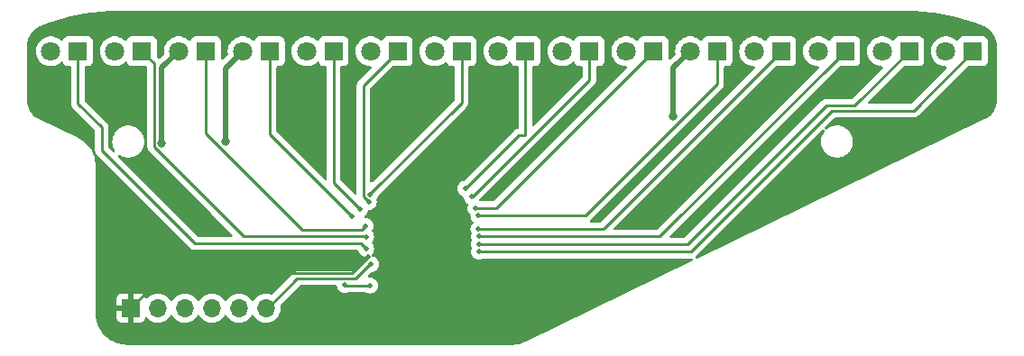
<source format=gbr>
%TF.GenerationSoftware,KiCad,Pcbnew,7.0.8*%
%TF.CreationDate,2023-10-19T17:32:50+02:00*%
%TF.ProjectId,16_Channel_LED_Strip,31365f43-6861-46e6-9e65-6c5f4c45445f,rev?*%
%TF.SameCoordinates,Original*%
%TF.FileFunction,Copper,L2,Bot*%
%TF.FilePolarity,Positive*%
%FSLAX46Y46*%
G04 Gerber Fmt 4.6, Leading zero omitted, Abs format (unit mm)*
G04 Created by KiCad (PCBNEW 7.0.8) date 2023-10-19 17:32:50*
%MOMM*%
%LPD*%
G01*
G04 APERTURE LIST*
%TA.AperFunction,ComponentPad*%
%ADD10R,1.700000X1.700000*%
%TD*%
%TA.AperFunction,ComponentPad*%
%ADD11O,1.700000X1.700000*%
%TD*%
%TA.AperFunction,ComponentPad*%
%ADD12R,1.800000X1.800000*%
%TD*%
%TA.AperFunction,ComponentPad*%
%ADD13C,1.800000*%
%TD*%
%TA.AperFunction,ViaPad*%
%ADD14C,0.500000*%
%TD*%
%TA.AperFunction,ViaPad*%
%ADD15C,0.800000*%
%TD*%
%TA.AperFunction,Conductor*%
%ADD16C,0.250000*%
%TD*%
%TA.AperFunction,Conductor*%
%ADD17C,0.500000*%
%TD*%
G04 APERTURE END LIST*
D10*
%TO.P,J1,1,Pin_1*%
%TO.N,Earth*%
X101983376Y-115002502D03*
D11*
%TO.P,J1,2,Pin_2*%
%TO.N,+3V3*%
X104523376Y-115002502D03*
%TO.P,J1,3,Pin_3*%
%TO.N,+BATT*%
X107063376Y-115002502D03*
%TO.P,J1,4,Pin_4*%
%TO.N,/SCL*%
X109603376Y-115002502D03*
%TO.P,J1,5,Pin_5*%
%TO.N,/SDA*%
X112143376Y-115002502D03*
%TO.P,J1,6,Pin_6*%
%TO.N,/RESET*%
X114683376Y-115002502D03*
%TD*%
D12*
%TO.P,D1,1,K*%
%TO.N,Net-(D1-K)*%
X175025000Y-90875000D03*
D13*
%TO.P,D1,2,A*%
%TO.N,Net-(D1-A)*%
X172485000Y-90875000D03*
%TD*%
D12*
%TO.P,D2,1,K*%
%TO.N,Net-(D2-K)*%
X169025000Y-90875000D03*
D13*
%TO.P,D2,2,A*%
%TO.N,Net-(D2-A)*%
X166485000Y-90875000D03*
%TD*%
D12*
%TO.P,D7,1,K*%
%TO.N,Net-(D7-K)*%
X139025000Y-90875000D03*
D13*
%TO.P,D7,2,A*%
%TO.N,Net-(D7-A)*%
X136485000Y-90875000D03*
%TD*%
D12*
%TO.P,D3,1,K*%
%TO.N,Net-(D3-K)*%
X163025000Y-90875000D03*
D13*
%TO.P,D3,2,A*%
%TO.N,Net-(D3-A)*%
X160485000Y-90875000D03*
%TD*%
D12*
%TO.P,D8,1,K*%
%TO.N,Net-(D8-K)*%
X133025000Y-90875000D03*
D13*
%TO.P,D8,2,A*%
%TO.N,Net-(D8-A)*%
X130485000Y-90875000D03*
%TD*%
D12*
%TO.P,D5,1,K*%
%TO.N,Net-(D5-K)*%
X151025000Y-90875000D03*
D13*
%TO.P,D5,2,A*%
%TO.N,Net-(D5-A)*%
X148485000Y-90875000D03*
%TD*%
D12*
%TO.P,D0,1,K*%
%TO.N,Net-(D0-K)*%
X181025000Y-90875000D03*
D13*
%TO.P,D0,2,A*%
%TO.N,Net-(D0-A)*%
X178485000Y-90875000D03*
%TD*%
D12*
%TO.P,D12,1,K*%
%TO.N,Net-(D12-K)*%
X109025000Y-90875000D03*
D13*
%TO.P,D12,2,A*%
%TO.N,Net-(D12-A)*%
X106485000Y-90875000D03*
%TD*%
D12*
%TO.P,D6,1,K*%
%TO.N,Net-(D6-K)*%
X145025000Y-90875000D03*
D13*
%TO.P,D6,2,A*%
%TO.N,Net-(D6-A)*%
X142485000Y-90875000D03*
%TD*%
D12*
%TO.P,D11,1,K*%
%TO.N,Net-(D11-K)*%
X115025000Y-90875000D03*
D13*
%TO.P,D11,2,A*%
%TO.N,Net-(D11-A)*%
X112485000Y-90875000D03*
%TD*%
D12*
%TO.P,D13,1,K*%
%TO.N,Net-(D13-K)*%
X103025000Y-90875000D03*
D13*
%TO.P,D13,2,A*%
%TO.N,Net-(D13-A)*%
X100485000Y-90875000D03*
%TD*%
D12*
%TO.P,D4,1,K*%
%TO.N,Net-(D4-K)*%
X157025000Y-90875000D03*
D13*
%TO.P,D4,2,A*%
%TO.N,Net-(D4-A)*%
X154485000Y-90875000D03*
%TD*%
D12*
%TO.P,D9,1,K*%
%TO.N,Net-(D9-K)*%
X127025000Y-90875000D03*
D13*
%TO.P,D9,2,A*%
%TO.N,Net-(D9-A)*%
X124485000Y-90875000D03*
%TD*%
D12*
%TO.P,D14,1,K*%
%TO.N,Net-(D14-K)*%
X97025000Y-90875000D03*
D13*
%TO.P,D14,2,A*%
%TO.N,Net-(D14-A)*%
X94485000Y-90875000D03*
%TD*%
D12*
%TO.P,D10,1,K*%
%TO.N,Net-(D10-K)*%
X121025000Y-90875000D03*
D13*
%TO.P,D10,2,A*%
%TO.N,Net-(D10-A)*%
X118485000Y-90875000D03*
%TD*%
D14*
%TO.N,+3V3*%
X122072400Y-112826800D03*
X124409200Y-112877600D03*
%TO.N,/RESET*%
X124510800Y-110896400D03*
%TO.N,Earth*%
X124256800Y-110236000D03*
%TO.N,Net-(D14-K)*%
X124053600Y-109423200D03*
%TO.N,Net-(D12-K)*%
X124002800Y-107289600D03*
%TO.N,Net-(D13-K)*%
X124053600Y-108305600D03*
%TO.N,Net-(D11-K)*%
X122707400Y-106349800D03*
%TO.N,Net-(D10-K)*%
X123494800Y-105714800D03*
%TO.N,Net-(D9-K)*%
X124307600Y-105054400D03*
%TO.N,Net-(D8-K)*%
X124460000Y-104343200D03*
%TO.N,Net-(D0-K)*%
X134670800Y-109716303D03*
%TO.N,Net-(D1-K)*%
X134670800Y-109016800D03*
%TO.N,Net-(D2-K)*%
X134678090Y-108291486D03*
%TO.N,Net-(D3-K)*%
X134620000Y-107594400D03*
%TO.N,Net-(D4-K)*%
X134620000Y-106324400D03*
%TO.N,Net-(D5-K)*%
X134315200Y-105613200D03*
%TO.N,Net-(D6-K)*%
X133959600Y-104546400D03*
%TO.N,Net-(D7-K)*%
X133400800Y-103784400D03*
D15*
%TO.N,Net-(D4-A)*%
X152908000Y-97028000D03*
%TO.N,Net-(D11-A)*%
X110861250Y-99390157D03*
%TO.N,Net-(D12-A)*%
X104902000Y-99568000D03*
%TD*%
D16*
%TO.N,+3V3*%
X122072400Y-112776000D02*
X122072400Y-112776000D01*
X122072400Y-112826800D02*
X122072400Y-112776000D01*
X122123200Y-112826800D02*
X122072400Y-112826800D01*
X122174000Y-112877600D02*
X122123200Y-112826800D01*
X124409200Y-112877600D02*
X122174000Y-112877600D01*
%TO.N,/RESET*%
X124510800Y-110786087D02*
X123086887Y-112210000D01*
X124510800Y-110896400D02*
X124510800Y-110786087D01*
X124400487Y-110896400D02*
X124510800Y-110896400D01*
%TO.N,Earth*%
X124247714Y-110236000D02*
X122723714Y-111760000D01*
X124256800Y-110236000D02*
X124247714Y-110236000D01*
X124256800Y-110226914D02*
X124256800Y-110236000D01*
%TO.N,Net-(D12-K)*%
X109025000Y-98579212D02*
X109025000Y-90875000D01*
X118090988Y-107645200D02*
X109025000Y-98579212D01*
X123647200Y-107645200D02*
X118090988Y-107645200D01*
X124002800Y-107289600D02*
X123647200Y-107645200D01*
%TO.N,Net-(D14-K)*%
X99263200Y-98044000D02*
X97025000Y-95805800D01*
X97025000Y-95805800D02*
X97025000Y-90875000D01*
X99263200Y-100177600D02*
X99263200Y-98044000D01*
X108009513Y-108923913D02*
X99263200Y-100177600D01*
X123554313Y-108923913D02*
X108009513Y-108923913D01*
X124053600Y-109423200D02*
X123554313Y-108923913D01*
%TO.N,Net-(D13-K)*%
X104177000Y-92027000D02*
X103025000Y-90875000D01*
X112589670Y-108280975D02*
X104177000Y-99868305D01*
X104177000Y-99868305D02*
X104177000Y-92027000D01*
X124028975Y-108280975D02*
X112589670Y-108280975D01*
X124053600Y-108305600D02*
X124028975Y-108280975D01*
%TO.N,Net-(D11-K)*%
X122783600Y-106426000D02*
X122707400Y-106349800D01*
X115025000Y-98667400D02*
X115025000Y-90875000D01*
X122707400Y-106349800D02*
X115025000Y-98667400D01*
%TO.N,Net-(D9-K)*%
X124310164Y-105054400D02*
X123817773Y-104562009D01*
X124307600Y-105054400D02*
X124310164Y-105054400D01*
X124307600Y-105051836D02*
X124307600Y-105054400D01*
%TO.N,Net-(D10-K)*%
X121025000Y-103245000D02*
X121025000Y-90875000D01*
X123494800Y-105714800D02*
X121025000Y-103245000D01*
%TO.N,Net-(D11-K)*%
X122783600Y-106426000D02*
X122783600Y-106426000D01*
%TO.N,Net-(D8-K)*%
X124460000Y-104256609D02*
X133025000Y-95691609D01*
X124460000Y-104343200D02*
X124460000Y-104256609D01*
X124373409Y-104343200D02*
X124460000Y-104343200D01*
%TO.N,Net-(D0-K)*%
X175438000Y-96462000D02*
X181025000Y-90875000D01*
X167799600Y-96462000D02*
X175438000Y-96462000D01*
X154545297Y-109716303D02*
X167799600Y-96462000D01*
X134670800Y-109716303D02*
X154545297Y-109716303D01*
%TO.N,Net-(D1-K)*%
X134670800Y-109016800D02*
X154228800Y-109016800D01*
X154228800Y-109016800D02*
X167233600Y-96012000D01*
X167233600Y-96012000D02*
X169888000Y-96012000D01*
X169888000Y-96012000D02*
X175025000Y-90875000D01*
%TO.N,Net-(D3-K)*%
X146407200Y-107492800D02*
X163025000Y-90875000D01*
X146405600Y-107492800D02*
X146407200Y-107492800D01*
X134620000Y-107594400D02*
X146304000Y-107594400D01*
X146304000Y-107594400D02*
X146405600Y-107492800D01*
%TO.N,Net-(D2-K)*%
X151608514Y-108291486D02*
X169025000Y-90875000D01*
X134678090Y-108291486D02*
X151608514Y-108291486D01*
%TO.N,Net-(D4-K)*%
X144636649Y-106324400D02*
X144636777Y-106324528D01*
X134620000Y-106324400D02*
X144636649Y-106324400D01*
%TO.N,Net-(D5-K)*%
X136286800Y-105613200D02*
X151025000Y-90875000D01*
X134315200Y-105613200D02*
X136286800Y-105613200D01*
%TO.N,Net-(D6-K)*%
X134060826Y-104546400D02*
X145025000Y-93582226D01*
X133959600Y-104546400D02*
X134060826Y-104546400D01*
%TO.N,Net-(D7-K)*%
X138416147Y-98769053D02*
X139025000Y-98769053D01*
X133400800Y-103784400D02*
X138416147Y-98769053D01*
X139025000Y-98769053D02*
X139025000Y-90875000D01*
%TO.N,+3V3*%
X124409200Y-112826800D02*
X124409200Y-112877600D01*
%TO.N,/RESET*%
X114816698Y-115002502D02*
X114683376Y-115002502D01*
X123086887Y-112210000D02*
X117609200Y-112210000D01*
X117609200Y-112210000D02*
X114816698Y-115002502D01*
X124409200Y-110887687D02*
X124400487Y-110896400D01*
%TO.N,Net-(D9-K)*%
X123817773Y-94082227D02*
X127025000Y-90875000D01*
X124278909Y-105023145D02*
X124307600Y-105051836D01*
X123817773Y-104562009D02*
X123817773Y-94082227D01*
%TO.N,Net-(D8-K)*%
X124392773Y-104323836D02*
X124373409Y-104343200D01*
X133025000Y-95691609D02*
X133025000Y-90875000D01*
%TO.N,Earth*%
X122723714Y-111760000D02*
X105225878Y-111760000D01*
X124261379Y-110222335D02*
X124256800Y-110226914D01*
X105225878Y-111760000D02*
X101983376Y-115002502D01*
%TO.N,Net-(D4-K)*%
X157025000Y-93936305D02*
X157025000Y-90875000D01*
X144636777Y-106324528D02*
X157025000Y-93936305D01*
%TO.N,Net-(D6-K)*%
X145025000Y-93582226D02*
X145025000Y-90875000D01*
D17*
%TO.N,Net-(D4-A)*%
X152908000Y-92452000D02*
X154485000Y-90875000D01*
X152908000Y-97028000D02*
X152908000Y-92452000D01*
%TO.N,Net-(D11-A)*%
X110861250Y-92498750D02*
X112485000Y-90875000D01*
X110861250Y-99390157D02*
X110861250Y-92498750D01*
%TO.N,Net-(D12-A)*%
X104902000Y-92458000D02*
X106485000Y-90875000D01*
X104902000Y-99568000D02*
X104902000Y-92458000D01*
%TD*%
%TA.AperFunction,Conductor*%
%TO.N,Earth*%
G36*
X175039745Y-87095460D02*
G01*
X175710104Y-87111741D01*
X176070409Y-87135115D01*
X176576643Y-87172076D01*
X176965399Y-87214215D01*
X177440311Y-87272187D01*
X177837306Y-87332658D01*
X178299991Y-87412108D01*
X178696742Y-87490202D01*
X179155059Y-87592039D01*
X179545291Y-87686518D01*
X180006824Y-87812876D01*
X180382280Y-87921137D01*
X180382520Y-87921206D01*
X180865031Y-88078869D01*
X181207283Y-88193777D01*
X181831037Y-88431703D01*
X182005338Y-88498729D01*
X182005354Y-88498735D01*
X182010312Y-88500894D01*
X182032034Y-88511502D01*
X182061032Y-88525665D01*
X182251803Y-88620836D01*
X182258398Y-88624649D01*
X182349480Y-88685065D01*
X182351498Y-88686476D01*
X182483182Y-88778572D01*
X182488380Y-88782637D01*
X182579073Y-88861705D01*
X182606816Y-88887971D01*
X182690428Y-88967134D01*
X182694311Y-88971158D01*
X182775468Y-89063242D01*
X182777746Y-89065981D01*
X182869591Y-89183117D01*
X182872283Y-89186824D01*
X182941233Y-89289564D01*
X182943644Y-89293460D01*
X183017253Y-89422865D01*
X183018925Y-89426011D01*
X183073376Y-89535990D01*
X183075628Y-89541106D01*
X183131004Y-89684125D01*
X183169801Y-89797994D01*
X183171598Y-89804364D01*
X183207473Y-89963559D01*
X183228850Y-90070651D01*
X183229882Y-90078218D01*
X183246065Y-90296844D01*
X183249366Y-90347042D01*
X183249500Y-90351111D01*
X183249500Y-95461258D01*
X183249380Y-95465113D01*
X183245472Y-95527841D01*
X183232057Y-95719459D01*
X183231132Y-95726632D01*
X183210744Y-95834670D01*
X183179968Y-95979179D01*
X183178356Y-95985231D01*
X183142133Y-96097989D01*
X183094027Y-96229906D01*
X183092000Y-96234803D01*
X183041398Y-96343651D01*
X183039894Y-96346669D01*
X182975578Y-96467382D01*
X182973406Y-96471135D01*
X182909306Y-96573498D01*
X182906877Y-96577090D01*
X182826367Y-96687652D01*
X182824308Y-96690323D01*
X182748481Y-96783369D01*
X182744961Y-96787330D01*
X182647292Y-96888206D01*
X182561655Y-96970037D01*
X182556914Y-96974130D01*
X182440348Y-97064913D01*
X182352042Y-97130436D01*
X182345997Y-97134398D01*
X182181197Y-97229156D01*
X182124459Y-97261196D01*
X182121051Y-97262983D01*
X178783426Y-98882944D01*
X155128480Y-110364183D01*
X155059574Y-110375747D01*
X154995355Y-110348222D01*
X154956212Y-110290346D01*
X154954572Y-110220496D01*
X154978789Y-110173593D01*
X155006604Y-110139969D01*
X155010499Y-110135689D01*
X166877953Y-98268237D01*
X166939275Y-98234753D01*
X167008967Y-98239737D01*
X167064900Y-98281609D01*
X167089317Y-98347073D01*
X167074465Y-98415346D01*
X167063492Y-98432074D01*
X167061841Y-98434195D01*
X167008901Y-98515224D01*
X167005925Y-98519392D01*
X166992099Y-98537158D01*
X166992094Y-98537165D01*
X166981386Y-98556952D01*
X166978763Y-98561353D01*
X166925828Y-98642378D01*
X166886953Y-98731003D01*
X166884704Y-98735603D01*
X166873985Y-98755412D01*
X166866676Y-98776702D01*
X166864814Y-98781475D01*
X166846077Y-98824192D01*
X166825939Y-98870104D01*
X166825936Y-98870110D01*
X166802177Y-98963930D01*
X166800716Y-98968838D01*
X166793408Y-98990128D01*
X166789705Y-99012315D01*
X166788654Y-99017330D01*
X166764891Y-99111166D01*
X166764891Y-99111170D01*
X166756898Y-99207622D01*
X166756265Y-99212702D01*
X166752562Y-99234907D01*
X166752562Y-99257407D01*
X166752350Y-99262523D01*
X166751713Y-99270216D01*
X166744357Y-99358982D01*
X166744357Y-99358992D01*
X166746077Y-99379744D01*
X166752029Y-99451577D01*
X166752350Y-99455444D01*
X166752562Y-99460567D01*
X166752562Y-99483069D01*
X166756265Y-99505270D01*
X166756899Y-99510353D01*
X166764891Y-99606804D01*
X166764891Y-99606806D01*
X166788654Y-99700645D01*
X166789705Y-99705660D01*
X166793407Y-99727842D01*
X166793409Y-99727850D01*
X166800714Y-99749129D01*
X166802176Y-99754041D01*
X166825935Y-99847862D01*
X166825939Y-99847875D01*
X166864815Y-99936503D01*
X166866677Y-99941274D01*
X166873986Y-99962564D01*
X166873988Y-99962567D01*
X166884698Y-99982359D01*
X166886948Y-99986963D01*
X166925827Y-100075596D01*
X166978764Y-100156622D01*
X166981388Y-100161026D01*
X166992095Y-100180811D01*
X166992098Y-100180816D01*
X167005926Y-100198583D01*
X167008903Y-100202753D01*
X167061834Y-100283770D01*
X167061838Y-100283775D01*
X167127393Y-100354988D01*
X167130706Y-100358899D01*
X167144522Y-100376650D01*
X167161080Y-100391893D01*
X167164694Y-100395507D01*
X167230256Y-100466726D01*
X167306651Y-100526187D01*
X167310547Y-100529487D01*
X167316913Y-100535348D01*
X167327099Y-100544725D01*
X167345936Y-100557032D01*
X167350102Y-100560006D01*
X167426491Y-100619462D01*
X167511640Y-100665542D01*
X167516001Y-100668141D01*
X167534855Y-100680459D01*
X167555494Y-100689512D01*
X167560033Y-100691731D01*
X167645190Y-100737816D01*
X167736754Y-100769250D01*
X167741489Y-100771097D01*
X167762116Y-100780145D01*
X167783932Y-100785669D01*
X167788816Y-100787123D01*
X167860089Y-100811591D01*
X167880385Y-100818559D01*
X167912855Y-100823977D01*
X167975866Y-100834491D01*
X167980879Y-100835543D01*
X168002676Y-100841063D01*
X168002678Y-100841063D01*
X168002685Y-100841065D01*
X168025125Y-100842924D01*
X168030169Y-100843552D01*
X168125665Y-100859488D01*
X168125666Y-100859488D01*
X168222448Y-100859488D01*
X168227561Y-100859699D01*
X168243415Y-100861013D01*
X168249998Y-100861559D01*
X168250000Y-100861559D01*
X168250002Y-100861559D01*
X168256584Y-100861013D01*
X168272438Y-100859699D01*
X168277552Y-100859488D01*
X168374330Y-100859488D01*
X168374335Y-100859488D01*
X168469851Y-100843549D01*
X168474862Y-100842925D01*
X168497315Y-100841065D01*
X168519153Y-100835534D01*
X168524105Y-100834496D01*
X168619614Y-100818559D01*
X168711198Y-100787117D01*
X168716042Y-100785676D01*
X168737884Y-100780145D01*
X168758500Y-100771101D01*
X168763234Y-100769253D01*
X168854810Y-100737816D01*
X168939975Y-100691726D01*
X168944505Y-100689512D01*
X168965145Y-100680459D01*
X168984008Y-100668134D01*
X168988337Y-100665554D01*
X169073509Y-100619462D01*
X169149931Y-100559980D01*
X169154018Y-100557061D01*
X169172898Y-100544727D01*
X169189466Y-100529475D01*
X169193341Y-100526192D01*
X169269744Y-100466726D01*
X169335313Y-100395498D01*
X169338897Y-100391913D01*
X169355477Y-100376651D01*
X169369320Y-100358864D01*
X169372581Y-100355014D01*
X169438164Y-100283773D01*
X169491127Y-100202706D01*
X169494053Y-100198608D01*
X169507902Y-100180816D01*
X169518623Y-100161004D01*
X169521233Y-100156624D01*
X169574173Y-100075595D01*
X169613061Y-99986938D01*
X169615299Y-99982363D01*
X169615301Y-99982359D01*
X169626014Y-99962564D01*
X169633336Y-99941234D01*
X169635162Y-99936552D01*
X169674063Y-99847869D01*
X169697826Y-99754029D01*
X169699278Y-99749150D01*
X169706592Y-99727847D01*
X169710296Y-99705646D01*
X169711340Y-99700665D01*
X169735108Y-99606809D01*
X169743104Y-99510309D01*
X169743733Y-99505270D01*
X169747438Y-99483069D01*
X169748088Y-99451577D01*
X169748283Y-99447800D01*
X169755643Y-99358988D01*
X169748284Y-99270178D01*
X169748088Y-99266395D01*
X169747438Y-99234907D01*
X169743733Y-99212702D01*
X169743103Y-99207654D01*
X169735108Y-99111167D01*
X169711341Y-99017315D01*
X169710295Y-99012322D01*
X169706592Y-98990131D01*
X169706591Y-98990128D01*
X169699283Y-98968838D01*
X169697825Y-98963940D01*
X169686138Y-98917790D01*
X169674063Y-98870107D01*
X169671522Y-98864315D01*
X169645205Y-98804318D01*
X169635174Y-98781449D01*
X169633329Y-98776722D01*
X169626014Y-98755412D01*
X169620045Y-98744384D01*
X169615298Y-98735610D01*
X169613052Y-98731017D01*
X169574173Y-98642381D01*
X169574173Y-98642380D01*
X169521231Y-98561346D01*
X169518607Y-98556942D01*
X169507904Y-98537165D01*
X169507902Y-98537160D01*
X169494080Y-98519401D01*
X169491102Y-98515230D01*
X169438166Y-98434206D01*
X169438165Y-98434205D01*
X169438164Y-98434203D01*
X169408241Y-98401698D01*
X169372606Y-98362987D01*
X169369295Y-98359078D01*
X169355477Y-98341325D01*
X169355473Y-98341320D01*
X169338919Y-98326081D01*
X169335301Y-98322464D01*
X169269744Y-98251250D01*
X169193352Y-98191792D01*
X169189444Y-98188481D01*
X169172898Y-98173249D01*
X169154063Y-98160943D01*
X169149897Y-98157969D01*
X169073509Y-98098514D01*
X169073508Y-98098513D01*
X169073505Y-98098511D01*
X169073503Y-98098510D01*
X168988385Y-98052447D01*
X168983981Y-98049823D01*
X168965145Y-98037517D01*
X168957549Y-98034185D01*
X168944544Y-98028480D01*
X168939940Y-98026230D01*
X168854811Y-97980160D01*
X168854802Y-97980157D01*
X168763259Y-97948730D01*
X168758484Y-97946867D01*
X168755076Y-97945372D01*
X168737884Y-97937831D01*
X168737880Y-97937830D01*
X168737878Y-97937829D01*
X168716076Y-97932307D01*
X168711166Y-97930846D01*
X168619614Y-97899417D01*
X168524138Y-97883484D01*
X168519123Y-97882432D01*
X168497312Y-97876910D01*
X168497316Y-97876910D01*
X168474895Y-97875053D01*
X168469810Y-97874419D01*
X168374336Y-97858488D01*
X168374335Y-97858488D01*
X168277541Y-97858488D01*
X168272427Y-97858276D01*
X168256555Y-97856961D01*
X168250002Y-97856418D01*
X168249998Y-97856418D01*
X168243444Y-97856961D01*
X168227572Y-97858276D01*
X168222459Y-97858488D01*
X168125665Y-97858488D01*
X168030188Y-97874419D01*
X168025103Y-97875053D01*
X168002688Y-97876910D01*
X168002683Y-97876911D01*
X167980880Y-97882432D01*
X167975866Y-97883483D01*
X167880382Y-97899417D01*
X167788834Y-97930844D01*
X167783927Y-97932305D01*
X167762126Y-97937827D01*
X167762116Y-97937831D01*
X167741510Y-97946869D01*
X167736738Y-97948730D01*
X167645194Y-97980158D01*
X167645183Y-97980163D01*
X167560062Y-98026228D01*
X167555458Y-98028479D01*
X167534854Y-98037517D01*
X167534845Y-98037522D01*
X167516023Y-98049819D01*
X167511621Y-98052443D01*
X167426492Y-98098512D01*
X167426489Y-98098515D01*
X167350106Y-98157965D01*
X167345938Y-98160942D01*
X167327099Y-98173251D01*
X167310542Y-98188491D01*
X167306634Y-98191800D01*
X167293701Y-98201867D01*
X167228707Y-98227510D01*
X167160167Y-98213944D01*
X167109842Y-98165476D01*
X167093710Y-98097494D01*
X167116892Y-98031582D01*
X167129852Y-98016338D01*
X168022372Y-97123819D01*
X168083695Y-97090334D01*
X168110053Y-97087500D01*
X175355257Y-97087500D01*
X175370877Y-97089224D01*
X175370904Y-97088939D01*
X175378660Y-97089671D01*
X175378667Y-97089673D01*
X175447814Y-97087500D01*
X175477350Y-97087500D01*
X175484228Y-97086630D01*
X175490041Y-97086172D01*
X175536627Y-97084709D01*
X175555869Y-97079117D01*
X175574912Y-97075174D01*
X175594792Y-97072664D01*
X175638122Y-97055507D01*
X175643646Y-97053617D01*
X175647396Y-97052527D01*
X175688390Y-97040618D01*
X175705629Y-97030422D01*
X175723103Y-97021862D01*
X175741727Y-97014488D01*
X175741727Y-97014487D01*
X175741732Y-97014486D01*
X175779449Y-96987082D01*
X175784305Y-96983892D01*
X175824420Y-96960170D01*
X175838589Y-96945999D01*
X175853379Y-96933368D01*
X175869587Y-96921594D01*
X175899299Y-96885676D01*
X175903212Y-96881376D01*
X180472772Y-92311818D01*
X180534095Y-92278333D01*
X180560453Y-92275499D01*
X181972871Y-92275499D01*
X181972872Y-92275499D01*
X182032483Y-92269091D01*
X182167331Y-92218796D01*
X182282546Y-92132546D01*
X182368796Y-92017331D01*
X182419091Y-91882483D01*
X182425500Y-91822873D01*
X182425499Y-89927128D01*
X182419091Y-89867517D01*
X182409233Y-89841087D01*
X182368797Y-89732671D01*
X182368793Y-89732664D01*
X182282547Y-89617455D01*
X182282544Y-89617452D01*
X182167335Y-89531206D01*
X182167328Y-89531202D01*
X182032482Y-89480908D01*
X182032483Y-89480908D01*
X181972883Y-89474501D01*
X181972881Y-89474500D01*
X181972873Y-89474500D01*
X181972864Y-89474500D01*
X180077129Y-89474500D01*
X180077123Y-89474501D01*
X180017516Y-89480908D01*
X179882671Y-89531202D01*
X179882664Y-89531206D01*
X179767455Y-89617452D01*
X179767452Y-89617455D01*
X179681206Y-89732664D01*
X179681203Y-89732670D01*
X179652544Y-89809508D01*
X179610672Y-89865441D01*
X179545208Y-89889858D01*
X179476935Y-89875006D01*
X179445135Y-89850158D01*
X179436784Y-89841087D01*
X179436778Y-89841082D01*
X179436777Y-89841081D01*
X179253634Y-89698535D01*
X179253628Y-89698531D01*
X179049504Y-89588064D01*
X179049495Y-89588061D01*
X178829984Y-89512702D01*
X178639450Y-89480908D01*
X178601049Y-89474500D01*
X178368951Y-89474500D01*
X178330550Y-89480908D01*
X178140015Y-89512702D01*
X177920504Y-89588061D01*
X177920495Y-89588064D01*
X177716371Y-89698531D01*
X177716365Y-89698535D01*
X177533222Y-89841081D01*
X177533219Y-89841084D01*
X177533216Y-89841086D01*
X177533216Y-89841087D01*
X177488319Y-89889858D01*
X177376016Y-90011852D01*
X177249075Y-90206151D01*
X177155842Y-90418699D01*
X177098866Y-90643691D01*
X177098864Y-90643702D01*
X177079700Y-90874993D01*
X177079700Y-90875006D01*
X177098864Y-91106297D01*
X177098866Y-91106308D01*
X177155842Y-91331300D01*
X177249075Y-91543848D01*
X177376016Y-91738147D01*
X177376019Y-91738151D01*
X177376021Y-91738153D01*
X177533216Y-91908913D01*
X177533219Y-91908915D01*
X177533222Y-91908918D01*
X177716365Y-92051464D01*
X177716371Y-92051468D01*
X177716374Y-92051470D01*
X177920497Y-92161936D01*
X178034487Y-92201068D01*
X178140015Y-92237297D01*
X178140017Y-92237297D01*
X178140019Y-92237298D01*
X178368951Y-92275500D01*
X178368952Y-92275500D01*
X178440546Y-92275500D01*
X178507585Y-92295185D01*
X178553340Y-92347989D01*
X178563284Y-92417147D01*
X178534259Y-92480703D01*
X178528227Y-92487181D01*
X175215228Y-95800181D01*
X175153905Y-95833666D01*
X175127547Y-95836500D01*
X171247452Y-95836500D01*
X171180413Y-95816815D01*
X171134658Y-95764011D01*
X171124714Y-95694853D01*
X171153739Y-95631297D01*
X171159771Y-95624819D01*
X174472772Y-92311818D01*
X174534095Y-92278333D01*
X174560453Y-92275499D01*
X175972871Y-92275499D01*
X175972872Y-92275499D01*
X176032483Y-92269091D01*
X176167331Y-92218796D01*
X176282546Y-92132546D01*
X176368796Y-92017331D01*
X176419091Y-91882483D01*
X176425500Y-91822873D01*
X176425499Y-89927128D01*
X176419091Y-89867517D01*
X176409233Y-89841087D01*
X176368797Y-89732671D01*
X176368793Y-89732664D01*
X176282547Y-89617455D01*
X176282544Y-89617452D01*
X176167335Y-89531206D01*
X176167328Y-89531202D01*
X176032482Y-89480908D01*
X176032483Y-89480908D01*
X175972883Y-89474501D01*
X175972881Y-89474500D01*
X175972873Y-89474500D01*
X175972864Y-89474500D01*
X174077129Y-89474500D01*
X174077123Y-89474501D01*
X174017516Y-89480908D01*
X173882671Y-89531202D01*
X173882664Y-89531206D01*
X173767455Y-89617452D01*
X173767452Y-89617455D01*
X173681206Y-89732664D01*
X173681203Y-89732670D01*
X173652544Y-89809508D01*
X173610672Y-89865441D01*
X173545208Y-89889858D01*
X173476935Y-89875006D01*
X173445135Y-89850158D01*
X173436784Y-89841087D01*
X173436778Y-89841082D01*
X173436777Y-89841081D01*
X173253634Y-89698535D01*
X173253628Y-89698531D01*
X173049504Y-89588064D01*
X173049495Y-89588061D01*
X172829984Y-89512702D01*
X172639450Y-89480908D01*
X172601049Y-89474500D01*
X172368951Y-89474500D01*
X172330550Y-89480908D01*
X172140015Y-89512702D01*
X171920504Y-89588061D01*
X171920495Y-89588064D01*
X171716371Y-89698531D01*
X171716365Y-89698535D01*
X171533222Y-89841081D01*
X171533219Y-89841084D01*
X171533216Y-89841086D01*
X171533216Y-89841087D01*
X171488319Y-89889858D01*
X171376016Y-90011852D01*
X171249075Y-90206151D01*
X171155842Y-90418699D01*
X171098866Y-90643691D01*
X171098864Y-90643702D01*
X171079700Y-90874993D01*
X171079700Y-90875006D01*
X171098864Y-91106297D01*
X171098866Y-91106308D01*
X171155842Y-91331300D01*
X171249075Y-91543848D01*
X171376016Y-91738147D01*
X171376019Y-91738151D01*
X171376021Y-91738153D01*
X171533216Y-91908913D01*
X171533219Y-91908915D01*
X171533222Y-91908918D01*
X171716365Y-92051464D01*
X171716371Y-92051468D01*
X171716374Y-92051470D01*
X171920497Y-92161936D01*
X172034487Y-92201068D01*
X172140015Y-92237297D01*
X172140017Y-92237297D01*
X172140019Y-92237298D01*
X172368951Y-92275500D01*
X172368952Y-92275500D01*
X172440547Y-92275500D01*
X172507586Y-92295185D01*
X172553341Y-92347989D01*
X172563285Y-92417147D01*
X172534260Y-92480703D01*
X172528228Y-92487181D01*
X169665228Y-95350181D01*
X169603905Y-95383666D01*
X169577547Y-95386500D01*
X167316343Y-95386500D01*
X167300722Y-95384775D01*
X167300695Y-95385061D01*
X167292933Y-95384326D01*
X167223772Y-95386500D01*
X167194249Y-95386500D01*
X167187378Y-95387367D01*
X167181559Y-95387825D01*
X167134974Y-95389289D01*
X167134968Y-95389290D01*
X167115726Y-95394880D01*
X167096687Y-95398823D01*
X167076817Y-95401334D01*
X167076803Y-95401337D01*
X167033483Y-95418488D01*
X167027958Y-95420380D01*
X166983213Y-95433380D01*
X166983210Y-95433381D01*
X166965966Y-95443579D01*
X166948505Y-95452133D01*
X166929874Y-95459510D01*
X166929862Y-95459517D01*
X166892170Y-95486902D01*
X166887287Y-95490109D01*
X166847180Y-95513829D01*
X166833014Y-95527995D01*
X166818224Y-95540627D01*
X166802014Y-95552404D01*
X166802011Y-95552407D01*
X166772310Y-95588309D01*
X166768377Y-95592631D01*
X154006028Y-108354981D01*
X153944705Y-108388466D01*
X153918347Y-108391300D01*
X152692652Y-108391300D01*
X152625613Y-108371615D01*
X152579858Y-108318811D01*
X152569914Y-108249653D01*
X152598939Y-108186097D01*
X152604971Y-108179619D01*
X168472771Y-92311818D01*
X168534094Y-92278333D01*
X168560452Y-92275499D01*
X169972871Y-92275499D01*
X169972872Y-92275499D01*
X170032483Y-92269091D01*
X170167331Y-92218796D01*
X170282546Y-92132546D01*
X170368796Y-92017331D01*
X170419091Y-91882483D01*
X170425500Y-91822873D01*
X170425499Y-89927128D01*
X170419091Y-89867517D01*
X170409233Y-89841087D01*
X170368797Y-89732671D01*
X170368793Y-89732664D01*
X170282547Y-89617455D01*
X170282544Y-89617452D01*
X170167335Y-89531206D01*
X170167328Y-89531202D01*
X170032482Y-89480908D01*
X170032483Y-89480908D01*
X169972883Y-89474501D01*
X169972881Y-89474500D01*
X169972873Y-89474500D01*
X169972864Y-89474500D01*
X168077129Y-89474500D01*
X168077123Y-89474501D01*
X168017516Y-89480908D01*
X167882671Y-89531202D01*
X167882664Y-89531206D01*
X167767455Y-89617452D01*
X167767452Y-89617455D01*
X167681206Y-89732664D01*
X167681203Y-89732670D01*
X167652544Y-89809508D01*
X167610672Y-89865441D01*
X167545208Y-89889858D01*
X167476935Y-89875006D01*
X167445135Y-89850158D01*
X167436784Y-89841087D01*
X167436778Y-89841082D01*
X167436777Y-89841081D01*
X167253634Y-89698535D01*
X167253628Y-89698531D01*
X167049504Y-89588064D01*
X167049495Y-89588061D01*
X166829984Y-89512702D01*
X166639450Y-89480908D01*
X166601049Y-89474500D01*
X166368951Y-89474500D01*
X166330550Y-89480908D01*
X166140015Y-89512702D01*
X165920504Y-89588061D01*
X165920495Y-89588064D01*
X165716371Y-89698531D01*
X165716365Y-89698535D01*
X165533222Y-89841081D01*
X165533219Y-89841084D01*
X165533216Y-89841086D01*
X165533216Y-89841087D01*
X165488319Y-89889858D01*
X165376016Y-90011852D01*
X165249075Y-90206151D01*
X165155842Y-90418699D01*
X165098866Y-90643691D01*
X165098864Y-90643702D01*
X165079700Y-90874993D01*
X165079700Y-90875006D01*
X165098864Y-91106297D01*
X165098866Y-91106308D01*
X165155842Y-91331300D01*
X165249075Y-91543848D01*
X165376016Y-91738147D01*
X165376019Y-91738151D01*
X165376021Y-91738153D01*
X165533216Y-91908913D01*
X165533219Y-91908915D01*
X165533222Y-91908918D01*
X165716365Y-92051464D01*
X165716371Y-92051468D01*
X165716374Y-92051470D01*
X165920497Y-92161936D01*
X166034487Y-92201068D01*
X166140015Y-92237297D01*
X166140017Y-92237297D01*
X166140019Y-92237298D01*
X166368951Y-92275500D01*
X166368952Y-92275500D01*
X166440547Y-92275500D01*
X166507586Y-92295185D01*
X166553341Y-92347989D01*
X166563285Y-92417147D01*
X166534260Y-92480703D01*
X166528228Y-92487181D01*
X151385742Y-107629667D01*
X151324419Y-107663152D01*
X151298061Y-107665986D01*
X147417966Y-107665986D01*
X147350927Y-107646301D01*
X147305172Y-107593497D01*
X147295228Y-107524339D01*
X147324253Y-107460783D01*
X147330285Y-107454305D01*
X162472772Y-92311818D01*
X162534095Y-92278333D01*
X162560453Y-92275499D01*
X163972871Y-92275499D01*
X163972872Y-92275499D01*
X164032483Y-92269091D01*
X164167331Y-92218796D01*
X164282546Y-92132546D01*
X164368796Y-92017331D01*
X164419091Y-91882483D01*
X164425500Y-91822873D01*
X164425499Y-89927128D01*
X164419091Y-89867517D01*
X164409233Y-89841087D01*
X164368797Y-89732671D01*
X164368793Y-89732664D01*
X164282547Y-89617455D01*
X164282544Y-89617452D01*
X164167335Y-89531206D01*
X164167328Y-89531202D01*
X164032482Y-89480908D01*
X164032483Y-89480908D01*
X163972883Y-89474501D01*
X163972881Y-89474500D01*
X163972873Y-89474500D01*
X163972864Y-89474500D01*
X162077129Y-89474500D01*
X162077123Y-89474501D01*
X162017516Y-89480908D01*
X161882671Y-89531202D01*
X161882664Y-89531206D01*
X161767455Y-89617452D01*
X161767452Y-89617455D01*
X161681206Y-89732664D01*
X161681203Y-89732670D01*
X161652544Y-89809508D01*
X161610672Y-89865441D01*
X161545208Y-89889858D01*
X161476935Y-89875006D01*
X161445135Y-89850158D01*
X161436784Y-89841087D01*
X161436778Y-89841082D01*
X161436777Y-89841081D01*
X161253634Y-89698535D01*
X161253628Y-89698531D01*
X161049504Y-89588064D01*
X161049495Y-89588061D01*
X160829984Y-89512702D01*
X160639450Y-89480908D01*
X160601049Y-89474500D01*
X160368951Y-89474500D01*
X160330550Y-89480908D01*
X160140015Y-89512702D01*
X159920504Y-89588061D01*
X159920495Y-89588064D01*
X159716371Y-89698531D01*
X159716365Y-89698535D01*
X159533222Y-89841081D01*
X159533219Y-89841084D01*
X159533216Y-89841086D01*
X159533216Y-89841087D01*
X159488319Y-89889858D01*
X159376016Y-90011852D01*
X159249075Y-90206151D01*
X159155842Y-90418699D01*
X159098866Y-90643691D01*
X159098864Y-90643702D01*
X159079700Y-90874993D01*
X159079700Y-90875006D01*
X159098864Y-91106297D01*
X159098866Y-91106308D01*
X159155842Y-91331300D01*
X159249075Y-91543848D01*
X159376016Y-91738147D01*
X159376019Y-91738151D01*
X159376021Y-91738153D01*
X159533216Y-91908913D01*
X159533219Y-91908915D01*
X159533222Y-91908918D01*
X159716365Y-92051464D01*
X159716371Y-92051468D01*
X159716374Y-92051470D01*
X159920497Y-92161936D01*
X160034487Y-92201068D01*
X160140015Y-92237297D01*
X160140017Y-92237297D01*
X160140019Y-92237298D01*
X160368951Y-92275500D01*
X160368952Y-92275500D01*
X160440546Y-92275500D01*
X160507585Y-92295185D01*
X160553340Y-92347989D01*
X160563284Y-92417147D01*
X160534259Y-92480703D01*
X160528227Y-92487181D01*
X146082828Y-106932581D01*
X146021505Y-106966066D01*
X145995147Y-106968900D01*
X145178781Y-106968900D01*
X145111742Y-106949215D01*
X145065987Y-106896411D01*
X145056043Y-106827253D01*
X145083234Y-106765864D01*
X145084717Y-106764070D01*
X145096723Y-106749557D01*
X145100624Y-106745269D01*
X157408788Y-94437106D01*
X157421042Y-94427291D01*
X157420859Y-94427069D01*
X157426866Y-94422097D01*
X157426877Y-94422091D01*
X157457775Y-94389187D01*
X157474227Y-94371669D01*
X157484671Y-94361223D01*
X157495120Y-94350776D01*
X157499379Y-94345283D01*
X157503152Y-94340866D01*
X157535062Y-94306887D01*
X157544715Y-94289325D01*
X157555389Y-94273075D01*
X157567673Y-94257241D01*
X157586180Y-94214472D01*
X157588749Y-94209229D01*
X157611196Y-94168398D01*
X157611197Y-94168397D01*
X157616177Y-94148996D01*
X157622478Y-94130593D01*
X157630438Y-94112201D01*
X157637730Y-94066154D01*
X157638911Y-94060457D01*
X157650500Y-94015324D01*
X157650500Y-93995288D01*
X157652027Y-93975887D01*
X157655160Y-93956109D01*
X157650775Y-93909720D01*
X157650500Y-93903882D01*
X157650500Y-92399499D01*
X157670185Y-92332460D01*
X157722989Y-92286705D01*
X157774500Y-92275499D01*
X157972871Y-92275499D01*
X157972872Y-92275499D01*
X158032483Y-92269091D01*
X158167331Y-92218796D01*
X158282546Y-92132546D01*
X158368796Y-92017331D01*
X158419091Y-91882483D01*
X158425500Y-91822873D01*
X158425499Y-89927128D01*
X158419091Y-89867517D01*
X158409233Y-89841087D01*
X158368797Y-89732671D01*
X158368793Y-89732664D01*
X158282547Y-89617455D01*
X158282544Y-89617452D01*
X158167335Y-89531206D01*
X158167328Y-89531202D01*
X158032482Y-89480908D01*
X158032483Y-89480908D01*
X157972883Y-89474501D01*
X157972881Y-89474500D01*
X157972873Y-89474500D01*
X157972864Y-89474500D01*
X156077129Y-89474500D01*
X156077123Y-89474501D01*
X156017516Y-89480908D01*
X155882671Y-89531202D01*
X155882664Y-89531206D01*
X155767455Y-89617452D01*
X155767452Y-89617455D01*
X155681206Y-89732664D01*
X155681203Y-89732670D01*
X155652544Y-89809508D01*
X155610672Y-89865441D01*
X155545208Y-89889858D01*
X155476935Y-89875006D01*
X155445135Y-89850158D01*
X155436784Y-89841087D01*
X155436778Y-89841082D01*
X155436777Y-89841081D01*
X155253634Y-89698535D01*
X155253628Y-89698531D01*
X155049504Y-89588064D01*
X155049495Y-89588061D01*
X154829984Y-89512702D01*
X154639450Y-89480908D01*
X154601049Y-89474500D01*
X154368951Y-89474500D01*
X154330550Y-89480908D01*
X154140015Y-89512702D01*
X153920504Y-89588061D01*
X153920495Y-89588064D01*
X153716371Y-89698531D01*
X153716365Y-89698535D01*
X153533222Y-89841081D01*
X153533219Y-89841084D01*
X153533216Y-89841086D01*
X153533216Y-89841087D01*
X153488319Y-89889858D01*
X153376016Y-90011852D01*
X153249075Y-90206151D01*
X153155842Y-90418699D01*
X153098866Y-90643691D01*
X153098864Y-90643702D01*
X153079700Y-90874993D01*
X153079700Y-90875006D01*
X153098865Y-91106303D01*
X153100455Y-91112581D01*
X153097829Y-91182401D01*
X153067930Y-91230701D01*
X152637180Y-91661450D01*
X152575857Y-91694935D01*
X152506165Y-91689951D01*
X152450232Y-91648079D01*
X152425815Y-91582615D01*
X152425499Y-91573793D01*
X152425499Y-89927128D01*
X152419091Y-89867517D01*
X152409233Y-89841087D01*
X152368797Y-89732671D01*
X152368793Y-89732664D01*
X152282547Y-89617455D01*
X152282544Y-89617452D01*
X152167335Y-89531206D01*
X152167328Y-89531202D01*
X152032482Y-89480908D01*
X152032483Y-89480908D01*
X151972883Y-89474501D01*
X151972881Y-89474500D01*
X151972873Y-89474500D01*
X151972864Y-89474500D01*
X150077129Y-89474500D01*
X150077123Y-89474501D01*
X150017516Y-89480908D01*
X149882671Y-89531202D01*
X149882664Y-89531206D01*
X149767455Y-89617452D01*
X149767452Y-89617455D01*
X149681206Y-89732664D01*
X149681203Y-89732670D01*
X149652544Y-89809508D01*
X149610672Y-89865441D01*
X149545208Y-89889858D01*
X149476935Y-89875006D01*
X149445135Y-89850158D01*
X149436784Y-89841087D01*
X149436778Y-89841082D01*
X149436777Y-89841081D01*
X149253634Y-89698535D01*
X149253628Y-89698531D01*
X149049504Y-89588064D01*
X149049495Y-89588061D01*
X148829984Y-89512702D01*
X148639450Y-89480908D01*
X148601049Y-89474500D01*
X148368951Y-89474500D01*
X148330550Y-89480908D01*
X148140015Y-89512702D01*
X147920504Y-89588061D01*
X147920495Y-89588064D01*
X147716371Y-89698531D01*
X147716365Y-89698535D01*
X147533222Y-89841081D01*
X147533219Y-89841084D01*
X147533216Y-89841086D01*
X147533216Y-89841087D01*
X147488319Y-89889858D01*
X147376016Y-90011852D01*
X147249075Y-90206151D01*
X147155842Y-90418699D01*
X147098866Y-90643691D01*
X147098864Y-90643702D01*
X147079700Y-90874993D01*
X147079700Y-90875006D01*
X147098864Y-91106297D01*
X147098866Y-91106308D01*
X147155842Y-91331300D01*
X147249075Y-91543848D01*
X147376016Y-91738147D01*
X147376019Y-91738151D01*
X147376021Y-91738153D01*
X147533216Y-91908913D01*
X147533219Y-91908915D01*
X147533222Y-91908918D01*
X147716365Y-92051464D01*
X147716371Y-92051468D01*
X147716374Y-92051470D01*
X147920497Y-92161936D01*
X148034487Y-92201068D01*
X148140015Y-92237297D01*
X148140017Y-92237297D01*
X148140019Y-92237298D01*
X148368951Y-92275500D01*
X148368952Y-92275500D01*
X148440546Y-92275500D01*
X148507585Y-92295185D01*
X148553340Y-92347989D01*
X148563284Y-92417147D01*
X148534259Y-92480703D01*
X148528227Y-92487181D01*
X136064028Y-104951381D01*
X136002705Y-104984866D01*
X135976347Y-104987700D01*
X134803477Y-104987700D01*
X134736438Y-104968015D01*
X134690683Y-104915211D01*
X134680739Y-104846053D01*
X134709764Y-104782497D01*
X134715796Y-104776019D01*
X140044057Y-99447758D01*
X145408786Y-94083028D01*
X145421048Y-94073206D01*
X145420865Y-94072985D01*
X145426867Y-94068018D01*
X145426877Y-94068012D01*
X145474241Y-94017574D01*
X145495120Y-93996696D01*
X145499373Y-93991212D01*
X145503150Y-93986789D01*
X145535062Y-93952808D01*
X145544714Y-93935249D01*
X145555389Y-93918998D01*
X145567674Y-93903162D01*
X145586186Y-93860378D01*
X145588742Y-93855161D01*
X145611197Y-93814318D01*
X145616180Y-93794906D01*
X145622477Y-93776517D01*
X145630438Y-93758121D01*
X145637729Y-93712079D01*
X145638908Y-93706388D01*
X145650500Y-93661245D01*
X145650500Y-93641209D01*
X145652027Y-93621808D01*
X145655160Y-93602030D01*
X145650775Y-93555641D01*
X145650500Y-93549803D01*
X145650500Y-92399499D01*
X145670185Y-92332460D01*
X145722989Y-92286705D01*
X145774500Y-92275499D01*
X145972871Y-92275499D01*
X145972872Y-92275499D01*
X146032483Y-92269091D01*
X146167331Y-92218796D01*
X146282546Y-92132546D01*
X146368796Y-92017331D01*
X146419091Y-91882483D01*
X146425500Y-91822873D01*
X146425499Y-89927128D01*
X146419091Y-89867517D01*
X146409233Y-89841087D01*
X146368797Y-89732671D01*
X146368793Y-89732664D01*
X146282547Y-89617455D01*
X146282544Y-89617452D01*
X146167335Y-89531206D01*
X146167328Y-89531202D01*
X146032482Y-89480908D01*
X146032483Y-89480908D01*
X145972883Y-89474501D01*
X145972881Y-89474500D01*
X145972873Y-89474500D01*
X145972864Y-89474500D01*
X144077129Y-89474500D01*
X144077123Y-89474501D01*
X144017516Y-89480908D01*
X143882671Y-89531202D01*
X143882664Y-89531206D01*
X143767455Y-89617452D01*
X143767452Y-89617455D01*
X143681206Y-89732664D01*
X143681203Y-89732670D01*
X143652544Y-89809508D01*
X143610672Y-89865441D01*
X143545208Y-89889858D01*
X143476935Y-89875006D01*
X143445135Y-89850158D01*
X143436784Y-89841087D01*
X143436778Y-89841082D01*
X143436777Y-89841081D01*
X143253634Y-89698535D01*
X143253628Y-89698531D01*
X143049504Y-89588064D01*
X143049495Y-89588061D01*
X142829984Y-89512702D01*
X142639450Y-89480908D01*
X142601049Y-89474500D01*
X142368951Y-89474500D01*
X142330550Y-89480908D01*
X142140015Y-89512702D01*
X141920504Y-89588061D01*
X141920495Y-89588064D01*
X141716371Y-89698531D01*
X141716365Y-89698535D01*
X141533222Y-89841081D01*
X141533219Y-89841084D01*
X141533216Y-89841086D01*
X141533216Y-89841087D01*
X141488319Y-89889858D01*
X141376016Y-90011852D01*
X141249075Y-90206151D01*
X141155842Y-90418699D01*
X141098866Y-90643691D01*
X141098864Y-90643702D01*
X141079700Y-90874993D01*
X141079700Y-90875006D01*
X141098864Y-91106297D01*
X141098866Y-91106308D01*
X141155842Y-91331300D01*
X141249075Y-91543848D01*
X141376016Y-91738147D01*
X141376019Y-91738151D01*
X141376021Y-91738153D01*
X141533216Y-91908913D01*
X141533219Y-91908915D01*
X141533222Y-91908918D01*
X141716365Y-92051464D01*
X141716371Y-92051468D01*
X141716374Y-92051470D01*
X141920497Y-92161936D01*
X142034487Y-92201068D01*
X142140015Y-92237297D01*
X142140017Y-92237297D01*
X142140019Y-92237298D01*
X142368951Y-92275500D01*
X142368952Y-92275500D01*
X142601048Y-92275500D01*
X142601049Y-92275500D01*
X142829981Y-92237298D01*
X143049503Y-92161936D01*
X143253626Y-92051470D01*
X143436784Y-91908913D01*
X143445130Y-91899846D01*
X143505010Y-91863854D01*
X143574849Y-91865949D01*
X143632468Y-91905469D01*
X143652544Y-91940491D01*
X143681203Y-92017330D01*
X143681206Y-92017335D01*
X143767452Y-92132544D01*
X143767455Y-92132547D01*
X143882664Y-92218793D01*
X143882671Y-92218797D01*
X143927618Y-92235561D01*
X144017517Y-92269091D01*
X144077127Y-92275500D01*
X144275500Y-92275499D01*
X144342539Y-92295183D01*
X144388294Y-92347987D01*
X144399500Y-92399499D01*
X144399500Y-93271773D01*
X144379815Y-93338812D01*
X144363181Y-93359454D01*
X139862181Y-97860454D01*
X139800858Y-97893939D01*
X139731166Y-97888955D01*
X139675233Y-97847083D01*
X139650816Y-97781619D01*
X139650500Y-97772773D01*
X139650500Y-92399499D01*
X139670185Y-92332460D01*
X139722989Y-92286705D01*
X139774500Y-92275499D01*
X139972871Y-92275499D01*
X139972872Y-92275499D01*
X140032483Y-92269091D01*
X140167331Y-92218796D01*
X140282546Y-92132546D01*
X140368796Y-92017331D01*
X140419091Y-91882483D01*
X140425500Y-91822873D01*
X140425499Y-89927128D01*
X140419091Y-89867517D01*
X140409233Y-89841087D01*
X140368797Y-89732671D01*
X140368793Y-89732664D01*
X140282547Y-89617455D01*
X140282544Y-89617452D01*
X140167335Y-89531206D01*
X140167328Y-89531202D01*
X140032482Y-89480908D01*
X140032483Y-89480908D01*
X139972883Y-89474501D01*
X139972881Y-89474500D01*
X139972873Y-89474500D01*
X139972864Y-89474500D01*
X138077129Y-89474500D01*
X138077123Y-89474501D01*
X138017516Y-89480908D01*
X137882671Y-89531202D01*
X137882664Y-89531206D01*
X137767455Y-89617452D01*
X137767452Y-89617455D01*
X137681206Y-89732664D01*
X137681203Y-89732670D01*
X137652544Y-89809508D01*
X137610672Y-89865441D01*
X137545208Y-89889858D01*
X137476935Y-89875006D01*
X137445135Y-89850158D01*
X137436784Y-89841087D01*
X137436778Y-89841082D01*
X137436777Y-89841081D01*
X137253634Y-89698535D01*
X137253628Y-89698531D01*
X137049504Y-89588064D01*
X137049495Y-89588061D01*
X136829984Y-89512702D01*
X136639450Y-89480908D01*
X136601049Y-89474500D01*
X136368951Y-89474500D01*
X136330550Y-89480908D01*
X136140015Y-89512702D01*
X135920504Y-89588061D01*
X135920495Y-89588064D01*
X135716371Y-89698531D01*
X135716365Y-89698535D01*
X135533222Y-89841081D01*
X135533219Y-89841084D01*
X135533216Y-89841086D01*
X135533216Y-89841087D01*
X135488319Y-89889858D01*
X135376016Y-90011852D01*
X135249075Y-90206151D01*
X135155842Y-90418699D01*
X135098866Y-90643691D01*
X135098864Y-90643702D01*
X135079700Y-90874993D01*
X135079700Y-90875006D01*
X135098864Y-91106297D01*
X135098866Y-91106308D01*
X135155842Y-91331300D01*
X135249075Y-91543848D01*
X135376016Y-91738147D01*
X135376019Y-91738151D01*
X135376021Y-91738153D01*
X135533216Y-91908913D01*
X135533219Y-91908915D01*
X135533222Y-91908918D01*
X135716365Y-92051464D01*
X135716371Y-92051468D01*
X135716374Y-92051470D01*
X135920497Y-92161936D01*
X136034487Y-92201068D01*
X136140015Y-92237297D01*
X136140017Y-92237297D01*
X136140019Y-92237298D01*
X136368951Y-92275500D01*
X136368952Y-92275500D01*
X136601048Y-92275500D01*
X136601049Y-92275500D01*
X136829981Y-92237298D01*
X137049503Y-92161936D01*
X137253626Y-92051470D01*
X137436784Y-91908913D01*
X137445130Y-91899846D01*
X137505010Y-91863854D01*
X137574849Y-91865949D01*
X137632468Y-91905469D01*
X137652544Y-91940491D01*
X137681203Y-92017330D01*
X137681206Y-92017335D01*
X137767452Y-92132544D01*
X137767455Y-92132547D01*
X137882664Y-92218793D01*
X137882671Y-92218797D01*
X137927618Y-92235561D01*
X138017517Y-92269091D01*
X138077127Y-92275500D01*
X138275500Y-92275499D01*
X138342539Y-92295183D01*
X138388294Y-92347987D01*
X138399500Y-92399499D01*
X138399500Y-98029423D01*
X138379815Y-98096462D01*
X138327011Y-98142217D01*
X138310090Y-98148501D01*
X138298275Y-98151933D01*
X138279234Y-98155876D01*
X138259364Y-98158387D01*
X138259350Y-98158390D01*
X138216030Y-98175541D01*
X138210505Y-98177433D01*
X138165760Y-98190433D01*
X138165757Y-98190434D01*
X138148513Y-98200632D01*
X138131052Y-98209186D01*
X138112421Y-98216563D01*
X138112409Y-98216570D01*
X138074717Y-98243955D01*
X138069834Y-98247162D01*
X138029727Y-98270882D01*
X138015561Y-98285048D01*
X138000771Y-98297680D01*
X137984561Y-98309457D01*
X137984558Y-98309460D01*
X137954857Y-98345362D01*
X137950924Y-98349684D01*
X133283180Y-103017427D01*
X133236453Y-103046788D01*
X133073108Y-103103944D01*
X133073102Y-103103947D01*
X132929915Y-103193918D01*
X132929909Y-103193923D01*
X132810323Y-103313509D01*
X132810318Y-103313515D01*
X132720347Y-103456702D01*
X132720345Y-103456705D01*
X132664485Y-103616343D01*
X132645551Y-103784397D01*
X132645551Y-103784402D01*
X132664485Y-103952456D01*
X132720345Y-104112094D01*
X132720347Y-104112097D01*
X132810318Y-104255284D01*
X132810323Y-104255290D01*
X132929909Y-104374876D01*
X132929915Y-104374881D01*
X133073102Y-104464852D01*
X133073107Y-104464855D01*
X133073110Y-104464856D01*
X133126630Y-104483583D01*
X133183406Y-104524304D01*
X133208896Y-104586741D01*
X133223285Y-104714456D01*
X133279145Y-104874094D01*
X133279147Y-104874097D01*
X133369118Y-105017284D01*
X133369123Y-105017290D01*
X133488712Y-105136879D01*
X133532321Y-105164279D01*
X133567328Y-105186276D01*
X133613619Y-105238609D01*
X133624268Y-105307663D01*
X133618398Y-105332223D01*
X133578886Y-105445142D01*
X133559951Y-105613197D01*
X133559951Y-105613202D01*
X133578885Y-105781256D01*
X133634745Y-105940894D01*
X133634747Y-105940897D01*
X133724718Y-106084084D01*
X133724723Y-106084090D01*
X133832680Y-106192047D01*
X133866165Y-106253370D01*
X133868220Y-106293609D01*
X133865107Y-106321245D01*
X133864751Y-106324402D01*
X133883685Y-106492456D01*
X133939545Y-106652094D01*
X133939547Y-106652097D01*
X134029518Y-106795284D01*
X134029523Y-106795290D01*
X134105952Y-106871719D01*
X134139437Y-106933042D01*
X134134453Y-107002734D01*
X134105952Y-107047081D01*
X134029523Y-107123509D01*
X134029518Y-107123515D01*
X133939547Y-107266702D01*
X133939545Y-107266705D01*
X133883685Y-107426343D01*
X133864751Y-107594397D01*
X133864751Y-107594402D01*
X133883686Y-107762457D01*
X133939543Y-107922089D01*
X133954458Y-107945826D01*
X133973458Y-108013063D01*
X133966506Y-108052751D01*
X133941776Y-108123427D01*
X133922841Y-108291483D01*
X133922841Y-108291488D01*
X133941775Y-108459542D01*
X133991894Y-108602771D01*
X133995455Y-108672550D01*
X133991894Y-108684681D01*
X133934485Y-108848743D01*
X133915551Y-109016797D01*
X133915551Y-109016802D01*
X133934485Y-109184856D01*
X133959080Y-109255143D01*
X133981698Y-109319782D01*
X133983733Y-109325596D01*
X133987294Y-109395375D01*
X133983733Y-109407505D01*
X133934486Y-109548245D01*
X133915551Y-109716300D01*
X133915551Y-109716305D01*
X133934485Y-109884359D01*
X133990345Y-110043997D01*
X133990347Y-110044000D01*
X134080318Y-110187187D01*
X134080323Y-110187193D01*
X134199909Y-110306779D01*
X134199915Y-110306784D01*
X134343102Y-110396755D01*
X134343105Y-110396757D01*
X134343109Y-110396758D01*
X134343110Y-110396759D01*
X134375664Y-110408150D01*
X134502743Y-110452617D01*
X134670797Y-110471552D01*
X134670800Y-110471552D01*
X134670803Y-110471552D01*
X134838856Y-110452617D01*
X134838859Y-110452616D01*
X134998490Y-110396759D01*
X135055704Y-110360808D01*
X135121676Y-110341803D01*
X154462554Y-110341803D01*
X154478174Y-110343527D01*
X154478201Y-110343242D01*
X154485957Y-110343974D01*
X154485964Y-110343976D01*
X154555111Y-110341803D01*
X154584647Y-110341803D01*
X154591527Y-110340933D01*
X154597334Y-110340475D01*
X154636646Y-110339240D01*
X154704268Y-110356810D01*
X154751659Y-110408150D01*
X154763770Y-110476962D01*
X154736755Y-110541398D01*
X154694682Y-110574733D01*
X139060978Y-118162758D01*
X139058431Y-118163924D01*
X139019110Y-118180859D01*
X138782307Y-118279692D01*
X138777711Y-118281400D01*
X138668033Y-118317299D01*
X138484370Y-118370592D01*
X138480981Y-118371472D01*
X138361524Y-118398931D01*
X138358090Y-118399619D01*
X138169583Y-118431870D01*
X138055246Y-118447465D01*
X138050366Y-118447935D01*
X137794326Y-118462413D01*
X137765472Y-118463718D01*
X137751342Y-118464357D01*
X137748554Y-118464420D01*
X101678447Y-118464420D01*
X101675204Y-118464335D01*
X101656602Y-118463360D01*
X101548093Y-118457674D01*
X101359380Y-118447052D01*
X101353161Y-118446387D01*
X101205132Y-118422942D01*
X101038195Y-118394579D01*
X101032531Y-118393341D01*
X100882420Y-118353121D01*
X100724604Y-118307657D01*
X100719547Y-118305961D01*
X100572237Y-118249414D01*
X100422293Y-118187307D01*
X100417870Y-118185268D01*
X100276082Y-118113025D01*
X100248987Y-118098050D01*
X100134806Y-118034946D01*
X100131045Y-118032690D01*
X99996853Y-117945546D01*
X99865501Y-117852347D01*
X99862360Y-117849965D01*
X99738764Y-117749881D01*
X99736484Y-117747942D01*
X99617534Y-117641644D01*
X99615011Y-117639259D01*
X99502477Y-117526726D01*
X99500088Y-117524199D01*
X99393789Y-117405252D01*
X99391854Y-117402979D01*
X99291743Y-117279354D01*
X99289395Y-117276257D01*
X99196168Y-117144868D01*
X99109042Y-117010708D01*
X99106791Y-117006959D01*
X99028696Y-116865658D01*
X99010015Y-116828996D01*
X98956435Y-116723841D01*
X98954407Y-116719441D01*
X98892297Y-116569495D01*
X98881622Y-116541686D01*
X98835746Y-116422179D01*
X98834065Y-116417167D01*
X98788579Y-116259285D01*
X98748363Y-116109200D01*
X98747132Y-116103567D01*
X98718770Y-115936650D01*
X98695317Y-115788576D01*
X98694655Y-115782388D01*
X98683645Y-115586378D01*
X98677409Y-115467411D01*
X98677325Y-115464167D01*
X98677325Y-101677459D01*
X98677340Y-101677407D01*
X98677347Y-101626070D01*
X98677370Y-101465849D01*
X98641587Y-101147410D01*
X98570471Y-100834959D01*
X98470489Y-100548392D01*
X98469214Y-100522944D01*
X98455732Y-100511195D01*
X98448451Y-100498116D01*
X98326229Y-100243523D01*
X98156159Y-99971936D01*
X97956826Y-99721038D01*
X97730726Y-99493965D01*
X97730725Y-99493964D01*
X97730721Y-99493960D01*
X97480688Y-99293561D01*
X97480686Y-99293560D01*
X97480684Y-99293558D01*
X97387911Y-99234907D01*
X97209829Y-99122323D01*
X97209823Y-99122320D01*
X97095597Y-99066903D01*
X97069636Y-99054307D01*
X97065767Y-99052429D01*
X93378652Y-97262839D01*
X93375253Y-97261057D01*
X93320662Y-97230231D01*
X93153942Y-97134384D01*
X93147903Y-97130427D01*
X93059818Y-97065068D01*
X93028421Y-97040617D01*
X92943021Y-96974108D01*
X92938296Y-96970030D01*
X92852797Y-96888329D01*
X92846054Y-96881365D01*
X92754970Y-96787291D01*
X92751465Y-96783348D01*
X92675739Y-96690425D01*
X92673681Y-96687754D01*
X92593057Y-96577034D01*
X92590629Y-96573442D01*
X92526621Y-96471227D01*
X92524450Y-96467473D01*
X92460035Y-96346570D01*
X92458540Y-96343570D01*
X92408008Y-96234864D01*
X92405994Y-96229998D01*
X92357815Y-96097869D01*
X92321643Y-95985263D01*
X92320046Y-95979263D01*
X92289206Y-95834421D01*
X92286767Y-95821492D01*
X92268873Y-95726654D01*
X92267953Y-95719518D01*
X92254617Y-95529120D01*
X92250620Y-95464883D01*
X92250500Y-95461032D01*
X92250500Y-90875006D01*
X93079700Y-90875006D01*
X93098864Y-91106297D01*
X93098866Y-91106308D01*
X93155842Y-91331300D01*
X93249075Y-91543848D01*
X93376016Y-91738147D01*
X93376019Y-91738151D01*
X93376021Y-91738153D01*
X93533216Y-91908913D01*
X93533219Y-91908915D01*
X93533222Y-91908918D01*
X93716365Y-92051464D01*
X93716371Y-92051468D01*
X93716374Y-92051470D01*
X93920497Y-92161936D01*
X94034487Y-92201068D01*
X94140015Y-92237297D01*
X94140017Y-92237297D01*
X94140019Y-92237298D01*
X94368951Y-92275500D01*
X94368952Y-92275500D01*
X94601048Y-92275500D01*
X94601049Y-92275500D01*
X94829981Y-92237298D01*
X95049503Y-92161936D01*
X95253626Y-92051470D01*
X95436784Y-91908913D01*
X95445130Y-91899846D01*
X95505010Y-91863854D01*
X95574849Y-91865949D01*
X95632468Y-91905469D01*
X95652544Y-91940491D01*
X95681203Y-92017330D01*
X95681206Y-92017335D01*
X95767452Y-92132544D01*
X95767455Y-92132547D01*
X95882664Y-92218793D01*
X95882671Y-92218797D01*
X95927618Y-92235561D01*
X96017517Y-92269091D01*
X96077127Y-92275500D01*
X96275500Y-92275499D01*
X96342539Y-92295183D01*
X96388294Y-92347987D01*
X96399500Y-92399499D01*
X96399500Y-95723055D01*
X96397775Y-95738672D01*
X96398061Y-95738699D01*
X96397326Y-95746465D01*
X96399500Y-95815614D01*
X96399500Y-95845143D01*
X96399501Y-95845160D01*
X96400368Y-95852031D01*
X96400826Y-95857850D01*
X96402290Y-95904424D01*
X96402291Y-95904427D01*
X96407880Y-95923667D01*
X96411824Y-95942711D01*
X96414336Y-95962592D01*
X96423299Y-95985231D01*
X96431490Y-96005919D01*
X96433382Y-96011447D01*
X96433701Y-96012546D01*
X96446382Y-96056190D01*
X96449931Y-96062192D01*
X96456580Y-96073434D01*
X96465136Y-96090900D01*
X96468062Y-96098289D01*
X96472514Y-96109532D01*
X96499898Y-96147223D01*
X96503106Y-96152107D01*
X96526827Y-96192216D01*
X96526833Y-96192224D01*
X96540990Y-96206380D01*
X96553628Y-96221176D01*
X96565405Y-96237386D01*
X96565406Y-96237387D01*
X96601309Y-96267088D01*
X96605620Y-96271010D01*
X97730887Y-97396277D01*
X98601381Y-98266771D01*
X98634866Y-98328094D01*
X98637700Y-98354452D01*
X98637700Y-100094855D01*
X98635975Y-100110472D01*
X98636261Y-100110499D01*
X98635526Y-100118265D01*
X98637700Y-100187414D01*
X98637700Y-100216943D01*
X98637701Y-100216960D01*
X98638568Y-100223831D01*
X98639026Y-100229650D01*
X98640490Y-100276224D01*
X98640491Y-100276227D01*
X98646080Y-100295467D01*
X98650024Y-100314511D01*
X98652536Y-100334392D01*
X98661009Y-100355792D01*
X98669690Y-100377719D01*
X98671582Y-100383246D01*
X98679312Y-100409854D01*
X98679260Y-100428220D01*
X98688397Y-100435368D01*
X98694292Y-100444410D01*
X98694770Y-100445218D01*
X98703336Y-100462700D01*
X98704931Y-100466726D01*
X98710714Y-100481332D01*
X98738098Y-100519023D01*
X98741306Y-100523907D01*
X98765027Y-100564016D01*
X98765033Y-100564024D01*
X98779190Y-100578180D01*
X98791827Y-100592975D01*
X98803606Y-100609187D01*
X98816026Y-100619462D01*
X98839509Y-100638888D01*
X98843820Y-100642810D01*
X105467711Y-107266702D01*
X107508710Y-109307701D01*
X107518535Y-109319964D01*
X107518756Y-109319782D01*
X107523727Y-109325791D01*
X107543640Y-109344490D01*
X107574148Y-109373139D01*
X107595042Y-109394033D01*
X107600524Y-109398286D01*
X107604956Y-109402070D01*
X107638931Y-109433975D01*
X107656489Y-109443627D01*
X107672748Y-109454308D01*
X107688577Y-109466586D01*
X107731351Y-109485095D01*
X107736569Y-109487651D01*
X107777421Y-109510110D01*
X107796829Y-109515093D01*
X107815230Y-109521393D01*
X107833617Y-109529350D01*
X107877001Y-109536221D01*
X107879632Y-109536638D01*
X107885352Y-109537822D01*
X107930494Y-109549413D01*
X107950529Y-109549413D01*
X107969927Y-109550939D01*
X107989707Y-109554072D01*
X107989708Y-109554073D01*
X107989708Y-109554072D01*
X107989709Y-109554073D01*
X108036097Y-109549688D01*
X108041935Y-109549413D01*
X123214661Y-109549413D01*
X123281700Y-109569098D01*
X123327455Y-109621902D01*
X123331702Y-109632458D01*
X123373142Y-109750886D01*
X123373147Y-109750897D01*
X123463118Y-109894084D01*
X123463123Y-109894090D01*
X123582709Y-110013676D01*
X123582715Y-110013681D01*
X123725902Y-110103652D01*
X123725905Y-110103654D01*
X123725909Y-110103655D01*
X123725910Y-110103656D01*
X123833065Y-110141151D01*
X123885544Y-110159514D01*
X123899992Y-110161142D01*
X123964406Y-110188209D01*
X124003961Y-110245804D01*
X124006098Y-110315641D01*
X123973790Y-110372042D01*
X123920323Y-110425509D01*
X123830342Y-110568712D01*
X123827322Y-110574984D01*
X123825317Y-110574018D01*
X123803203Y-110609091D01*
X122864115Y-111548181D01*
X122802792Y-111581666D01*
X122776434Y-111584500D01*
X117691937Y-111584500D01*
X117676320Y-111582776D01*
X117676293Y-111583062D01*
X117668531Y-111582327D01*
X117599403Y-111584500D01*
X117569850Y-111584500D01*
X117569129Y-111584590D01*
X117562957Y-111585369D01*
X117557145Y-111585826D01*
X117510573Y-111587290D01*
X117510572Y-111587290D01*
X117491329Y-111592881D01*
X117472279Y-111596825D01*
X117452411Y-111599334D01*
X117452409Y-111599335D01*
X117409084Y-111616488D01*
X117403557Y-111618380D01*
X117358810Y-111631381D01*
X117358809Y-111631382D01*
X117341567Y-111641579D01*
X117324099Y-111650137D01*
X117305469Y-111657513D01*
X117305467Y-111657514D01*
X117267776Y-111684898D01*
X117262894Y-111688105D01*
X117222779Y-111711830D01*
X117208608Y-111726000D01*
X117193823Y-111738628D01*
X117177612Y-111750407D01*
X117147909Y-111786310D01*
X117143977Y-111790631D01*
X115244170Y-113690437D01*
X115182847Y-113723922D01*
X115124396Y-113722531D01*
X114918789Y-113667440D01*
X114918779Y-113667438D01*
X114683377Y-113646843D01*
X114683375Y-113646843D01*
X114447972Y-113667438D01*
X114447962Y-113667440D01*
X114219720Y-113728596D01*
X114219711Y-113728600D01*
X114005547Y-113828466D01*
X114005545Y-113828467D01*
X113811973Y-113964007D01*
X113644881Y-114131099D01*
X113514951Y-114316660D01*
X113460374Y-114360285D01*
X113390876Y-114367479D01*
X113328521Y-114335956D01*
X113311801Y-114316660D01*
X113181870Y-114131099D01*
X113014778Y-113964008D01*
X113014771Y-113964003D01*
X112821210Y-113828469D01*
X112821206Y-113828467D01*
X112750103Y-113795311D01*
X112607039Y-113728599D01*
X112607035Y-113728598D01*
X112607031Y-113728596D01*
X112378789Y-113667440D01*
X112378779Y-113667438D01*
X112143377Y-113646843D01*
X112143375Y-113646843D01*
X111907972Y-113667438D01*
X111907962Y-113667440D01*
X111679720Y-113728596D01*
X111679711Y-113728600D01*
X111465547Y-113828466D01*
X111465545Y-113828467D01*
X111271973Y-113964007D01*
X111104881Y-114131099D01*
X110974951Y-114316660D01*
X110920374Y-114360285D01*
X110850876Y-114367479D01*
X110788521Y-114335956D01*
X110771801Y-114316660D01*
X110641870Y-114131099D01*
X110474778Y-113964008D01*
X110474771Y-113964003D01*
X110281210Y-113828469D01*
X110281206Y-113828467D01*
X110210103Y-113795311D01*
X110067039Y-113728599D01*
X110067035Y-113728598D01*
X110067031Y-113728596D01*
X109838789Y-113667440D01*
X109838779Y-113667438D01*
X109603377Y-113646843D01*
X109603375Y-113646843D01*
X109367972Y-113667438D01*
X109367962Y-113667440D01*
X109139720Y-113728596D01*
X109139711Y-113728600D01*
X108925547Y-113828466D01*
X108925545Y-113828467D01*
X108731973Y-113964007D01*
X108564881Y-114131099D01*
X108434951Y-114316660D01*
X108380374Y-114360285D01*
X108310876Y-114367479D01*
X108248521Y-114335956D01*
X108231801Y-114316660D01*
X108101870Y-114131099D01*
X107934778Y-113964008D01*
X107934771Y-113964003D01*
X107741210Y-113828469D01*
X107741206Y-113828467D01*
X107670103Y-113795311D01*
X107527039Y-113728599D01*
X107527035Y-113728598D01*
X107527031Y-113728596D01*
X107298789Y-113667440D01*
X107298779Y-113667438D01*
X107063377Y-113646843D01*
X107063375Y-113646843D01*
X106827972Y-113667438D01*
X106827962Y-113667440D01*
X106599720Y-113728596D01*
X106599711Y-113728600D01*
X106385547Y-113828466D01*
X106385545Y-113828467D01*
X106191973Y-113964007D01*
X106024881Y-114131099D01*
X105894951Y-114316660D01*
X105840374Y-114360285D01*
X105770876Y-114367479D01*
X105708521Y-114335956D01*
X105691801Y-114316660D01*
X105561870Y-114131099D01*
X105394778Y-113964008D01*
X105394771Y-113964003D01*
X105201210Y-113828469D01*
X105201206Y-113828467D01*
X105130103Y-113795311D01*
X104987039Y-113728599D01*
X104987035Y-113728598D01*
X104987031Y-113728596D01*
X104758789Y-113667440D01*
X104758779Y-113667438D01*
X104523377Y-113646843D01*
X104523375Y-113646843D01*
X104287972Y-113667438D01*
X104287962Y-113667440D01*
X104059720Y-113728596D01*
X104059711Y-113728600D01*
X103845547Y-113828466D01*
X103845545Y-113828467D01*
X103651976Y-113964005D01*
X103529660Y-114086321D01*
X103468337Y-114119805D01*
X103398645Y-114114821D01*
X103342712Y-114072949D01*
X103325797Y-114041972D01*
X103276730Y-113910415D01*
X103276726Y-113910408D01*
X103190566Y-113795314D01*
X103190563Y-113795311D01*
X103075469Y-113709151D01*
X103075462Y-113709147D01*
X102940755Y-113658905D01*
X102940748Y-113658903D01*
X102881220Y-113652502D01*
X102233376Y-113652502D01*
X102233376Y-114567000D01*
X102125691Y-114517822D01*
X102019139Y-114502502D01*
X101947613Y-114502502D01*
X101841061Y-114517822D01*
X101733376Y-114567000D01*
X101733376Y-113652502D01*
X101085531Y-113652502D01*
X101026003Y-113658903D01*
X101025996Y-113658905D01*
X100891289Y-113709147D01*
X100891282Y-113709151D01*
X100776188Y-113795311D01*
X100776185Y-113795314D01*
X100690025Y-113910408D01*
X100690021Y-113910415D01*
X100639779Y-114045122D01*
X100639777Y-114045129D01*
X100633376Y-114104657D01*
X100633376Y-114752502D01*
X101549690Y-114752502D01*
X101523883Y-114792658D01*
X101483376Y-114930613D01*
X101483376Y-115074391D01*
X101523883Y-115212346D01*
X101549690Y-115252502D01*
X100633376Y-115252502D01*
X100633376Y-115900346D01*
X100639777Y-115959874D01*
X100639779Y-115959881D01*
X100690021Y-116094588D01*
X100690025Y-116094595D01*
X100776185Y-116209689D01*
X100776188Y-116209692D01*
X100891282Y-116295852D01*
X100891289Y-116295856D01*
X101025996Y-116346098D01*
X101026003Y-116346100D01*
X101085531Y-116352501D01*
X101085548Y-116352502D01*
X101733376Y-116352502D01*
X101733376Y-115438003D01*
X101841061Y-115487182D01*
X101947613Y-115502502D01*
X102019139Y-115502502D01*
X102125691Y-115487182D01*
X102233376Y-115438003D01*
X102233376Y-116352502D01*
X102881204Y-116352502D01*
X102881220Y-116352501D01*
X102940748Y-116346100D01*
X102940755Y-116346098D01*
X103075462Y-116295856D01*
X103075469Y-116295852D01*
X103190563Y-116209692D01*
X103190566Y-116209689D01*
X103276726Y-116094595D01*
X103276730Y-116094588D01*
X103325798Y-115963031D01*
X103367669Y-115907097D01*
X103433133Y-115882680D01*
X103501406Y-115897532D01*
X103529661Y-115918683D01*
X103651975Y-116040997D01*
X103719895Y-116088555D01*
X103845541Y-116176534D01*
X103845543Y-116176535D01*
X103845546Y-116176537D01*
X104059713Y-116276405D01*
X104287968Y-116337565D01*
X104458695Y-116352502D01*
X104523375Y-116358161D01*
X104523376Y-116358161D01*
X104523377Y-116358161D01*
X104588057Y-116352502D01*
X104758784Y-116337565D01*
X104987039Y-116276405D01*
X105201206Y-116176537D01*
X105394777Y-116040997D01*
X105561871Y-115873903D01*
X105691801Y-115688344D01*
X105746378Y-115644719D01*
X105815876Y-115637525D01*
X105878231Y-115669048D01*
X105894951Y-115688344D01*
X106024876Y-115873897D01*
X106024881Y-115873903D01*
X106191975Y-116040997D01*
X106259895Y-116088555D01*
X106385541Y-116176534D01*
X106385543Y-116176535D01*
X106385546Y-116176537D01*
X106599713Y-116276405D01*
X106827968Y-116337565D01*
X106998695Y-116352502D01*
X107063375Y-116358161D01*
X107063376Y-116358161D01*
X107063377Y-116358161D01*
X107128057Y-116352502D01*
X107298784Y-116337565D01*
X107527039Y-116276405D01*
X107741206Y-116176537D01*
X107934777Y-116040997D01*
X108101871Y-115873903D01*
X108231801Y-115688344D01*
X108286378Y-115644719D01*
X108355876Y-115637525D01*
X108418231Y-115669048D01*
X108434951Y-115688344D01*
X108564876Y-115873897D01*
X108564881Y-115873903D01*
X108731975Y-116040997D01*
X108799895Y-116088555D01*
X108925541Y-116176534D01*
X108925543Y-116176535D01*
X108925546Y-116176537D01*
X109139713Y-116276405D01*
X109367968Y-116337565D01*
X109538695Y-116352502D01*
X109603375Y-116358161D01*
X109603376Y-116358161D01*
X109603377Y-116358161D01*
X109668057Y-116352502D01*
X109838784Y-116337565D01*
X110067039Y-116276405D01*
X110281206Y-116176537D01*
X110474777Y-116040997D01*
X110641871Y-115873903D01*
X110771801Y-115688344D01*
X110826378Y-115644719D01*
X110895876Y-115637525D01*
X110958231Y-115669048D01*
X110974951Y-115688344D01*
X111104876Y-115873897D01*
X111104881Y-115873903D01*
X111271975Y-116040997D01*
X111339895Y-116088555D01*
X111465541Y-116176534D01*
X111465543Y-116176535D01*
X111465546Y-116176537D01*
X111679713Y-116276405D01*
X111907968Y-116337565D01*
X112078695Y-116352502D01*
X112143375Y-116358161D01*
X112143376Y-116358161D01*
X112143377Y-116358161D01*
X112208057Y-116352502D01*
X112378784Y-116337565D01*
X112607039Y-116276405D01*
X112821206Y-116176537D01*
X113014777Y-116040997D01*
X113181871Y-115873903D01*
X113311801Y-115688344D01*
X113366378Y-115644719D01*
X113435876Y-115637525D01*
X113498231Y-115669048D01*
X113514951Y-115688344D01*
X113644876Y-115873897D01*
X113644881Y-115873903D01*
X113811975Y-116040997D01*
X113879895Y-116088555D01*
X114005541Y-116176534D01*
X114005543Y-116176535D01*
X114005546Y-116176537D01*
X114219713Y-116276405D01*
X114447968Y-116337565D01*
X114618695Y-116352502D01*
X114683375Y-116358161D01*
X114683376Y-116358161D01*
X114683377Y-116358161D01*
X114748057Y-116352502D01*
X114918784Y-116337565D01*
X115147039Y-116276405D01*
X115361206Y-116176537D01*
X115554777Y-116040997D01*
X115721871Y-115873903D01*
X115857411Y-115680332D01*
X115957279Y-115466165D01*
X116018439Y-115237910D01*
X116039035Y-115002502D01*
X116018439Y-114767094D01*
X116018436Y-114767085D01*
X116017498Y-114761757D01*
X116019960Y-114761322D01*
X116021328Y-114702013D01*
X116051785Y-114652003D01*
X117831972Y-112871819D01*
X117893295Y-112838334D01*
X117919653Y-112835500D01*
X121207318Y-112835500D01*
X121274357Y-112855185D01*
X121320112Y-112907989D01*
X121330538Y-112945617D01*
X121336085Y-112994853D01*
X121391944Y-113154492D01*
X121391947Y-113154497D01*
X121481918Y-113297684D01*
X121481923Y-113297690D01*
X121601509Y-113417276D01*
X121601515Y-113417281D01*
X121744702Y-113507252D01*
X121744705Y-113507254D01*
X121744709Y-113507255D01*
X121744710Y-113507256D01*
X121752721Y-113510059D01*
X121904343Y-113563114D01*
X122072397Y-113582049D01*
X122072400Y-113582049D01*
X122072403Y-113582049D01*
X122240459Y-113563113D01*
X122240461Y-113563113D01*
X122392080Y-113510059D01*
X122433035Y-113503100D01*
X123958324Y-113503100D01*
X124024295Y-113522105D01*
X124081510Y-113558056D01*
X124202821Y-113600504D01*
X124241143Y-113613914D01*
X124409197Y-113632849D01*
X124409200Y-113632849D01*
X124409203Y-113632849D01*
X124577256Y-113613914D01*
X124577259Y-113613913D01*
X124736890Y-113558056D01*
X124736892Y-113558054D01*
X124736894Y-113558054D01*
X124736897Y-113558052D01*
X124880084Y-113468081D01*
X124880085Y-113468080D01*
X124880090Y-113468077D01*
X124999677Y-113348490D01*
X125089652Y-113205297D01*
X125089654Y-113205294D01*
X125089654Y-113205292D01*
X125089656Y-113205290D01*
X125145513Y-113045659D01*
X125145513Y-113045658D01*
X125145514Y-113045656D01*
X125164449Y-112877602D01*
X125164449Y-112877597D01*
X125145514Y-112709543D01*
X125089654Y-112549905D01*
X125089652Y-112549902D01*
X124999681Y-112406715D01*
X124999676Y-112406709D01*
X124880090Y-112287123D01*
X124880084Y-112287118D01*
X124736897Y-112197147D01*
X124736894Y-112197145D01*
X124577256Y-112141285D01*
X124409203Y-112122351D01*
X124409196Y-112122351D01*
X124366815Y-112127126D01*
X124297993Y-112115071D01*
X124246614Y-112067722D01*
X124228990Y-112000112D01*
X124250717Y-111933706D01*
X124265246Y-111916230D01*
X124501565Y-111679911D01*
X124562886Y-111646428D01*
X124575362Y-111644374D01*
X124678855Y-111632714D01*
X124678857Y-111632713D01*
X124678859Y-111632713D01*
X124838490Y-111576856D01*
X124838493Y-111576853D01*
X124838497Y-111576852D01*
X124981684Y-111486881D01*
X124981685Y-111486880D01*
X124981690Y-111486877D01*
X125101277Y-111367290D01*
X125191252Y-111224097D01*
X125191254Y-111224094D01*
X125191254Y-111224092D01*
X125191256Y-111224090D01*
X125247113Y-111064459D01*
X125247113Y-111064458D01*
X125247114Y-111064456D01*
X125266049Y-110896402D01*
X125266049Y-110896397D01*
X125247114Y-110728343D01*
X125193451Y-110574984D01*
X125191256Y-110568710D01*
X125191255Y-110568709D01*
X125191254Y-110568705D01*
X125191252Y-110568702D01*
X125101281Y-110425515D01*
X125101276Y-110425509D01*
X124981690Y-110305923D01*
X124981684Y-110305918D01*
X124838497Y-110215947D01*
X124838494Y-110215945D01*
X124678857Y-110160086D01*
X124664402Y-110158457D01*
X124599989Y-110131387D01*
X124560437Y-110073790D01*
X124558302Y-110003953D01*
X124590609Y-109947557D01*
X124644077Y-109894090D01*
X124650190Y-109884362D01*
X124734052Y-109750897D01*
X124734054Y-109750894D01*
X124734054Y-109750892D01*
X124734056Y-109750890D01*
X124789913Y-109591259D01*
X124789913Y-109591258D01*
X124789914Y-109591256D01*
X124808849Y-109423202D01*
X124808849Y-109423197D01*
X124789914Y-109255143D01*
X124734054Y-109095505D01*
X124734052Y-109095502D01*
X124644081Y-108952315D01*
X124644076Y-108952309D01*
X124643848Y-108952081D01*
X124643747Y-108951897D01*
X124639736Y-108946867D01*
X124640617Y-108946164D01*
X124610363Y-108890758D01*
X124615347Y-108821066D01*
X124640239Y-108782334D01*
X124639736Y-108781933D01*
X124643656Y-108777017D01*
X124643848Y-108776719D01*
X124644077Y-108776490D01*
X124701765Y-108684681D01*
X124734052Y-108633297D01*
X124734054Y-108633294D01*
X124734054Y-108633292D01*
X124734056Y-108633290D01*
X124789913Y-108473659D01*
X124789913Y-108473658D01*
X124789914Y-108473656D01*
X124808849Y-108305602D01*
X124808849Y-108305597D01*
X124789914Y-108137543D01*
X124759460Y-108050513D01*
X124734056Y-107977910D01*
X124734055Y-107977909D01*
X124734054Y-107977905D01*
X124734052Y-107977902D01*
X124640373Y-107828814D01*
X124641545Y-107828077D01*
X124618028Y-107770480D01*
X124630781Y-107701784D01*
X124636376Y-107691898D01*
X124683256Y-107617290D01*
X124739113Y-107457659D01*
X124739113Y-107457658D01*
X124739114Y-107457656D01*
X124758049Y-107289602D01*
X124758049Y-107289597D01*
X124739114Y-107121543D01*
X124683254Y-106961905D01*
X124683252Y-106961902D01*
X124593281Y-106818715D01*
X124593276Y-106818709D01*
X124473690Y-106699123D01*
X124473684Y-106699118D01*
X124330497Y-106609147D01*
X124330494Y-106609145D01*
X124170855Y-106553285D01*
X124014340Y-106535650D01*
X123949926Y-106508583D01*
X123910371Y-106450988D01*
X123908234Y-106381151D01*
X123944193Y-106321245D01*
X123962251Y-106307437D01*
X123965690Y-106305277D01*
X124085277Y-106185690D01*
X124175256Y-106042490D01*
X124228909Y-105889155D01*
X124269629Y-105832382D01*
X124332066Y-105806892D01*
X124374989Y-105802056D01*
X124475655Y-105790714D01*
X124475657Y-105790713D01*
X124475659Y-105790713D01*
X124635290Y-105734856D01*
X124635292Y-105734854D01*
X124635294Y-105734854D01*
X124635297Y-105734852D01*
X124778484Y-105644881D01*
X124778485Y-105644880D01*
X124778490Y-105644877D01*
X124898077Y-105525290D01*
X124898081Y-105525284D01*
X124988052Y-105382097D01*
X124988054Y-105382094D01*
X124988054Y-105382092D01*
X124988056Y-105382090D01*
X125043913Y-105222459D01*
X125043913Y-105222458D01*
X125043914Y-105222456D01*
X125062849Y-105054402D01*
X125062849Y-105054397D01*
X125043134Y-104879421D01*
X125045735Y-104879127D01*
X125049250Y-104821387D01*
X125060888Y-104797520D01*
X125140456Y-104670890D01*
X125196313Y-104511259D01*
X125196313Y-104511258D01*
X125196314Y-104511256D01*
X125204962Y-104434495D01*
X125232028Y-104370081D01*
X125240491Y-104360706D01*
X133408788Y-96192410D01*
X133421042Y-96182595D01*
X133420859Y-96182373D01*
X133426866Y-96177401D01*
X133426877Y-96177395D01*
X133457775Y-96144491D01*
X133474227Y-96126973D01*
X133484671Y-96116527D01*
X133495120Y-96106080D01*
X133499379Y-96100587D01*
X133503152Y-96096170D01*
X133535062Y-96062191D01*
X133544713Y-96044633D01*
X133555396Y-96028370D01*
X133567673Y-96012545D01*
X133586185Y-95969762D01*
X133588738Y-95964550D01*
X133611197Y-95923701D01*
X133616180Y-95904289D01*
X133622481Y-95885889D01*
X133630437Y-95867505D01*
X133637729Y-95821461D01*
X133638906Y-95815780D01*
X133650500Y-95770628D01*
X133650500Y-95750592D01*
X133652027Y-95731191D01*
X133655160Y-95711413D01*
X133650775Y-95665024D01*
X133650500Y-95659186D01*
X133650500Y-92399499D01*
X133670185Y-92332460D01*
X133722989Y-92286705D01*
X133774500Y-92275499D01*
X133972871Y-92275499D01*
X133972872Y-92275499D01*
X134032483Y-92269091D01*
X134167331Y-92218796D01*
X134282546Y-92132546D01*
X134368796Y-92017331D01*
X134419091Y-91882483D01*
X134425500Y-91822873D01*
X134425499Y-89927128D01*
X134419091Y-89867517D01*
X134409233Y-89841087D01*
X134368797Y-89732671D01*
X134368793Y-89732664D01*
X134282547Y-89617455D01*
X134282544Y-89617452D01*
X134167335Y-89531206D01*
X134167328Y-89531202D01*
X134032482Y-89480908D01*
X134032483Y-89480908D01*
X133972883Y-89474501D01*
X133972881Y-89474500D01*
X133972873Y-89474500D01*
X133972864Y-89474500D01*
X132077129Y-89474500D01*
X132077123Y-89474501D01*
X132017516Y-89480908D01*
X131882671Y-89531202D01*
X131882664Y-89531206D01*
X131767455Y-89617452D01*
X131767452Y-89617455D01*
X131681206Y-89732664D01*
X131681203Y-89732670D01*
X131652544Y-89809508D01*
X131610672Y-89865441D01*
X131545208Y-89889858D01*
X131476935Y-89875006D01*
X131445135Y-89850158D01*
X131436784Y-89841087D01*
X131436778Y-89841082D01*
X131436777Y-89841081D01*
X131253634Y-89698535D01*
X131253628Y-89698531D01*
X131049504Y-89588064D01*
X131049495Y-89588061D01*
X130829984Y-89512702D01*
X130639450Y-89480908D01*
X130601049Y-89474500D01*
X130368951Y-89474500D01*
X130330550Y-89480908D01*
X130140015Y-89512702D01*
X129920504Y-89588061D01*
X129920495Y-89588064D01*
X129716371Y-89698531D01*
X129716365Y-89698535D01*
X129533222Y-89841081D01*
X129533219Y-89841084D01*
X129533216Y-89841086D01*
X129533216Y-89841087D01*
X129488319Y-89889858D01*
X129376016Y-90011852D01*
X129249075Y-90206151D01*
X129155842Y-90418699D01*
X129098866Y-90643691D01*
X129098864Y-90643702D01*
X129079700Y-90874993D01*
X129079700Y-90875006D01*
X129098864Y-91106297D01*
X129098866Y-91106308D01*
X129155842Y-91331300D01*
X129249075Y-91543848D01*
X129376016Y-91738147D01*
X129376019Y-91738151D01*
X129376021Y-91738153D01*
X129533216Y-91908913D01*
X129533219Y-91908915D01*
X129533222Y-91908918D01*
X129716365Y-92051464D01*
X129716371Y-92051468D01*
X129716374Y-92051470D01*
X129920497Y-92161936D01*
X130034487Y-92201068D01*
X130140015Y-92237297D01*
X130140017Y-92237297D01*
X130140019Y-92237298D01*
X130368951Y-92275500D01*
X130368952Y-92275500D01*
X130601048Y-92275500D01*
X130601049Y-92275500D01*
X130829981Y-92237298D01*
X131049503Y-92161936D01*
X131253626Y-92051470D01*
X131436784Y-91908913D01*
X131445130Y-91899846D01*
X131505010Y-91863854D01*
X131574849Y-91865949D01*
X131632468Y-91905469D01*
X131652544Y-91940491D01*
X131681203Y-92017330D01*
X131681206Y-92017335D01*
X131767452Y-92132544D01*
X131767455Y-92132547D01*
X131882664Y-92218793D01*
X131882671Y-92218797D01*
X131927618Y-92235561D01*
X132017517Y-92269091D01*
X132077127Y-92275500D01*
X132275500Y-92275499D01*
X132342539Y-92295183D01*
X132388294Y-92347987D01*
X132399500Y-92399499D01*
X132399500Y-95381156D01*
X132379815Y-95448195D01*
X132363181Y-95468837D01*
X124654954Y-103177064D01*
X124593631Y-103210549D01*
X124523939Y-103205565D01*
X124468006Y-103163693D01*
X124443589Y-103098229D01*
X124443273Y-103089383D01*
X124443273Y-94392678D01*
X124462958Y-94325639D01*
X124479587Y-94305002D01*
X126472771Y-92311817D01*
X126534094Y-92278333D01*
X126560452Y-92275499D01*
X127972871Y-92275499D01*
X127972872Y-92275499D01*
X128032483Y-92269091D01*
X128167331Y-92218796D01*
X128282546Y-92132546D01*
X128368796Y-92017331D01*
X128419091Y-91882483D01*
X128425500Y-91822873D01*
X128425499Y-89927128D01*
X128419091Y-89867517D01*
X128409233Y-89841087D01*
X128368797Y-89732671D01*
X128368793Y-89732664D01*
X128282547Y-89617455D01*
X128282544Y-89617452D01*
X128167335Y-89531206D01*
X128167328Y-89531202D01*
X128032482Y-89480908D01*
X128032483Y-89480908D01*
X127972883Y-89474501D01*
X127972881Y-89474500D01*
X127972873Y-89474500D01*
X127972864Y-89474500D01*
X126077129Y-89474500D01*
X126077123Y-89474501D01*
X126017516Y-89480908D01*
X125882671Y-89531202D01*
X125882664Y-89531206D01*
X125767455Y-89617452D01*
X125767452Y-89617455D01*
X125681206Y-89732664D01*
X125681203Y-89732670D01*
X125652544Y-89809508D01*
X125610672Y-89865441D01*
X125545208Y-89889858D01*
X125476935Y-89875006D01*
X125445135Y-89850158D01*
X125436784Y-89841087D01*
X125436778Y-89841082D01*
X125436777Y-89841081D01*
X125253634Y-89698535D01*
X125253628Y-89698531D01*
X125049504Y-89588064D01*
X125049495Y-89588061D01*
X124829984Y-89512702D01*
X124639450Y-89480908D01*
X124601049Y-89474500D01*
X124368951Y-89474500D01*
X124330550Y-89480908D01*
X124140015Y-89512702D01*
X123920504Y-89588061D01*
X123920495Y-89588064D01*
X123716371Y-89698531D01*
X123716365Y-89698535D01*
X123533222Y-89841081D01*
X123533219Y-89841084D01*
X123533216Y-89841086D01*
X123533216Y-89841087D01*
X123488319Y-89889858D01*
X123376016Y-90011852D01*
X123249075Y-90206151D01*
X123155842Y-90418699D01*
X123098866Y-90643691D01*
X123098864Y-90643702D01*
X123079700Y-90874993D01*
X123079700Y-90875006D01*
X123098864Y-91106297D01*
X123098866Y-91106308D01*
X123155842Y-91331300D01*
X123249075Y-91543848D01*
X123376016Y-91738147D01*
X123376019Y-91738151D01*
X123376021Y-91738153D01*
X123533216Y-91908913D01*
X123533219Y-91908915D01*
X123533222Y-91908918D01*
X123716365Y-92051464D01*
X123716371Y-92051468D01*
X123716374Y-92051470D01*
X123920497Y-92161936D01*
X124034487Y-92201068D01*
X124140015Y-92237297D01*
X124140017Y-92237297D01*
X124140019Y-92237298D01*
X124368951Y-92275500D01*
X124368952Y-92275500D01*
X124440547Y-92275500D01*
X124507586Y-92295185D01*
X124553341Y-92347989D01*
X124563285Y-92417147D01*
X124534260Y-92480703D01*
X124528228Y-92487181D01*
X123433981Y-93581426D01*
X123421724Y-93591247D01*
X123421907Y-93591468D01*
X123415896Y-93596440D01*
X123368545Y-93646863D01*
X123347662Y-93667746D01*
X123347650Y-93667759D01*
X123343394Y-93673244D01*
X123339610Y-93677674D01*
X123307710Y-93711645D01*
X123307709Y-93711647D01*
X123298057Y-93729203D01*
X123287383Y-93745453D01*
X123275102Y-93761288D01*
X123275097Y-93761295D01*
X123256588Y-93804065D01*
X123254018Y-93809311D01*
X123231576Y-93850133D01*
X123226595Y-93869534D01*
X123220294Y-93887937D01*
X123212335Y-93906329D01*
X123212334Y-93906332D01*
X123205044Y-93952354D01*
X123203860Y-93958073D01*
X123192274Y-94003199D01*
X123192273Y-94003209D01*
X123192273Y-94023243D01*
X123190746Y-94042640D01*
X123187613Y-94062423D01*
X123188632Y-94073206D01*
X123191998Y-94108810D01*
X123192273Y-94114648D01*
X123192273Y-104228320D01*
X123172588Y-104295359D01*
X123119784Y-104341114D01*
X123050626Y-104351058D01*
X122987070Y-104322033D01*
X122980592Y-104316001D01*
X121686819Y-103022228D01*
X121653334Y-102960905D01*
X121650500Y-102934547D01*
X121650500Y-92399499D01*
X121670185Y-92332460D01*
X121722989Y-92286705D01*
X121774500Y-92275499D01*
X121972871Y-92275499D01*
X121972872Y-92275499D01*
X122032483Y-92269091D01*
X122167331Y-92218796D01*
X122282546Y-92132546D01*
X122368796Y-92017331D01*
X122419091Y-91882483D01*
X122425500Y-91822873D01*
X122425499Y-89927128D01*
X122419091Y-89867517D01*
X122409233Y-89841087D01*
X122368797Y-89732671D01*
X122368793Y-89732664D01*
X122282547Y-89617455D01*
X122282544Y-89617452D01*
X122167335Y-89531206D01*
X122167328Y-89531202D01*
X122032482Y-89480908D01*
X122032483Y-89480908D01*
X121972883Y-89474501D01*
X121972881Y-89474500D01*
X121972873Y-89474500D01*
X121972864Y-89474500D01*
X120077129Y-89474500D01*
X120077123Y-89474501D01*
X120017516Y-89480908D01*
X119882671Y-89531202D01*
X119882664Y-89531206D01*
X119767455Y-89617452D01*
X119767452Y-89617455D01*
X119681206Y-89732664D01*
X119681203Y-89732670D01*
X119652544Y-89809508D01*
X119610672Y-89865441D01*
X119545208Y-89889858D01*
X119476935Y-89875006D01*
X119445135Y-89850158D01*
X119436784Y-89841087D01*
X119436778Y-89841082D01*
X119436777Y-89841081D01*
X119253634Y-89698535D01*
X119253628Y-89698531D01*
X119049504Y-89588064D01*
X119049495Y-89588061D01*
X118829984Y-89512702D01*
X118639450Y-89480908D01*
X118601049Y-89474500D01*
X118368951Y-89474500D01*
X118330550Y-89480908D01*
X118140015Y-89512702D01*
X117920504Y-89588061D01*
X117920495Y-89588064D01*
X117716371Y-89698531D01*
X117716365Y-89698535D01*
X117533222Y-89841081D01*
X117533219Y-89841084D01*
X117533216Y-89841086D01*
X117533216Y-89841087D01*
X117488319Y-89889858D01*
X117376016Y-90011852D01*
X117249075Y-90206151D01*
X117155842Y-90418699D01*
X117098866Y-90643691D01*
X117098864Y-90643702D01*
X117079700Y-90874993D01*
X117079700Y-90875006D01*
X117098864Y-91106297D01*
X117098866Y-91106308D01*
X117155842Y-91331300D01*
X117249075Y-91543848D01*
X117376016Y-91738147D01*
X117376019Y-91738151D01*
X117376021Y-91738153D01*
X117533216Y-91908913D01*
X117533219Y-91908915D01*
X117533222Y-91908918D01*
X117716365Y-92051464D01*
X117716371Y-92051468D01*
X117716374Y-92051470D01*
X117920497Y-92161936D01*
X118034487Y-92201068D01*
X118140015Y-92237297D01*
X118140017Y-92237297D01*
X118140019Y-92237298D01*
X118368951Y-92275500D01*
X118368952Y-92275500D01*
X118601048Y-92275500D01*
X118601049Y-92275500D01*
X118829981Y-92237298D01*
X119049503Y-92161936D01*
X119253626Y-92051470D01*
X119436784Y-91908913D01*
X119445130Y-91899846D01*
X119505010Y-91863854D01*
X119574849Y-91865949D01*
X119632468Y-91905469D01*
X119652544Y-91940491D01*
X119681203Y-92017330D01*
X119681206Y-92017335D01*
X119767452Y-92132544D01*
X119767455Y-92132547D01*
X119882664Y-92218793D01*
X119882671Y-92218797D01*
X119927618Y-92235561D01*
X120017517Y-92269091D01*
X120077127Y-92275500D01*
X120275500Y-92275499D01*
X120342539Y-92295183D01*
X120388294Y-92347987D01*
X120399500Y-92399499D01*
X120399500Y-102857947D01*
X120379815Y-102924986D01*
X120327011Y-102970741D01*
X120257853Y-102980685D01*
X120194297Y-102951660D01*
X120187819Y-102945628D01*
X115686819Y-98444628D01*
X115653334Y-98383305D01*
X115650500Y-98356947D01*
X115650500Y-92399499D01*
X115670185Y-92332460D01*
X115722989Y-92286705D01*
X115774500Y-92275499D01*
X115972871Y-92275499D01*
X115972872Y-92275499D01*
X116032483Y-92269091D01*
X116167331Y-92218796D01*
X116282546Y-92132546D01*
X116368796Y-92017331D01*
X116419091Y-91882483D01*
X116425500Y-91822873D01*
X116425499Y-89927128D01*
X116419091Y-89867517D01*
X116409233Y-89841087D01*
X116368797Y-89732671D01*
X116368793Y-89732664D01*
X116282547Y-89617455D01*
X116282544Y-89617452D01*
X116167335Y-89531206D01*
X116167328Y-89531202D01*
X116032482Y-89480908D01*
X116032483Y-89480908D01*
X115972883Y-89474501D01*
X115972881Y-89474500D01*
X115972873Y-89474500D01*
X115972864Y-89474500D01*
X114077129Y-89474500D01*
X114077123Y-89474501D01*
X114017516Y-89480908D01*
X113882671Y-89531202D01*
X113882664Y-89531206D01*
X113767455Y-89617452D01*
X113767452Y-89617455D01*
X113681206Y-89732664D01*
X113681203Y-89732670D01*
X113652544Y-89809508D01*
X113610672Y-89865441D01*
X113545208Y-89889858D01*
X113476935Y-89875006D01*
X113445135Y-89850158D01*
X113436784Y-89841087D01*
X113436778Y-89841082D01*
X113436777Y-89841081D01*
X113253634Y-89698535D01*
X113253628Y-89698531D01*
X113049504Y-89588064D01*
X113049495Y-89588061D01*
X112829984Y-89512702D01*
X112639450Y-89480908D01*
X112601049Y-89474500D01*
X112368951Y-89474500D01*
X112330550Y-89480908D01*
X112140015Y-89512702D01*
X111920504Y-89588061D01*
X111920495Y-89588064D01*
X111716371Y-89698531D01*
X111716365Y-89698535D01*
X111533222Y-89841081D01*
X111533219Y-89841084D01*
X111533216Y-89841086D01*
X111533216Y-89841087D01*
X111488319Y-89889858D01*
X111376016Y-90011852D01*
X111249075Y-90206151D01*
X111155842Y-90418699D01*
X111098866Y-90643691D01*
X111098864Y-90643702D01*
X111079700Y-90874993D01*
X111079700Y-90875006D01*
X111098865Y-91106304D01*
X111098865Y-91106307D01*
X111100454Y-91112578D01*
X111097830Y-91182398D01*
X111067930Y-91230700D01*
X110637180Y-91661450D01*
X110575857Y-91694935D01*
X110506165Y-91689951D01*
X110450232Y-91648079D01*
X110425815Y-91582615D01*
X110425499Y-91573793D01*
X110425499Y-89927128D01*
X110419091Y-89867517D01*
X110409233Y-89841087D01*
X110368797Y-89732671D01*
X110368793Y-89732664D01*
X110282547Y-89617455D01*
X110282544Y-89617452D01*
X110167335Y-89531206D01*
X110167328Y-89531202D01*
X110032482Y-89480908D01*
X110032483Y-89480908D01*
X109972883Y-89474501D01*
X109972881Y-89474500D01*
X109972873Y-89474500D01*
X109972864Y-89474500D01*
X108077129Y-89474500D01*
X108077123Y-89474501D01*
X108017516Y-89480908D01*
X107882671Y-89531202D01*
X107882664Y-89531206D01*
X107767455Y-89617452D01*
X107767452Y-89617455D01*
X107681206Y-89732664D01*
X107681203Y-89732670D01*
X107652544Y-89809508D01*
X107610672Y-89865441D01*
X107545208Y-89889858D01*
X107476935Y-89875006D01*
X107445135Y-89850158D01*
X107436784Y-89841087D01*
X107436778Y-89841082D01*
X107436777Y-89841081D01*
X107253634Y-89698535D01*
X107253628Y-89698531D01*
X107049504Y-89588064D01*
X107049495Y-89588061D01*
X106829984Y-89512702D01*
X106639450Y-89480908D01*
X106601049Y-89474500D01*
X106368951Y-89474500D01*
X106330550Y-89480908D01*
X106140015Y-89512702D01*
X105920504Y-89588061D01*
X105920495Y-89588064D01*
X105716371Y-89698531D01*
X105716365Y-89698535D01*
X105533222Y-89841081D01*
X105533219Y-89841084D01*
X105533216Y-89841086D01*
X105533216Y-89841087D01*
X105488319Y-89889858D01*
X105376016Y-90011852D01*
X105249075Y-90206151D01*
X105155842Y-90418699D01*
X105098866Y-90643691D01*
X105098864Y-90643702D01*
X105079700Y-90874993D01*
X105079700Y-90875006D01*
X105098865Y-91106304D01*
X105098865Y-91106307D01*
X105100454Y-91112578D01*
X105097830Y-91182398D01*
X105067930Y-91230700D01*
X104754291Y-91544339D01*
X104692968Y-91577824D01*
X104623276Y-91572840D01*
X104578929Y-91544339D01*
X104461818Y-91427228D01*
X104428333Y-91365905D01*
X104425499Y-91339547D01*
X104425499Y-89927129D01*
X104425498Y-89927123D01*
X104421492Y-89889858D01*
X104419091Y-89867517D01*
X104409233Y-89841087D01*
X104368797Y-89732671D01*
X104368793Y-89732664D01*
X104282547Y-89617455D01*
X104282544Y-89617452D01*
X104167335Y-89531206D01*
X104167328Y-89531202D01*
X104032482Y-89480908D01*
X104032483Y-89480908D01*
X103972883Y-89474501D01*
X103972881Y-89474500D01*
X103972873Y-89474500D01*
X103972864Y-89474500D01*
X102077129Y-89474500D01*
X102077123Y-89474501D01*
X102017516Y-89480908D01*
X101882671Y-89531202D01*
X101882664Y-89531206D01*
X101767455Y-89617452D01*
X101767452Y-89617455D01*
X101681206Y-89732664D01*
X101681203Y-89732670D01*
X101652544Y-89809508D01*
X101610672Y-89865441D01*
X101545208Y-89889858D01*
X101476935Y-89875006D01*
X101445135Y-89850158D01*
X101436784Y-89841087D01*
X101436778Y-89841082D01*
X101436777Y-89841081D01*
X101253634Y-89698535D01*
X101253628Y-89698531D01*
X101049504Y-89588064D01*
X101049495Y-89588061D01*
X100829984Y-89512702D01*
X100639450Y-89480908D01*
X100601049Y-89474500D01*
X100368951Y-89474500D01*
X100330550Y-89480908D01*
X100140015Y-89512702D01*
X99920504Y-89588061D01*
X99920495Y-89588064D01*
X99716371Y-89698531D01*
X99716365Y-89698535D01*
X99533222Y-89841081D01*
X99533219Y-89841084D01*
X99533216Y-89841086D01*
X99533216Y-89841087D01*
X99488319Y-89889858D01*
X99376016Y-90011852D01*
X99249075Y-90206151D01*
X99155842Y-90418699D01*
X99098866Y-90643691D01*
X99098864Y-90643702D01*
X99079700Y-90874993D01*
X99079700Y-90875006D01*
X99098864Y-91106297D01*
X99098866Y-91106308D01*
X99155842Y-91331300D01*
X99249075Y-91543848D01*
X99376016Y-91738147D01*
X99376019Y-91738151D01*
X99376021Y-91738153D01*
X99533216Y-91908913D01*
X99533219Y-91908915D01*
X99533222Y-91908918D01*
X99716365Y-92051464D01*
X99716371Y-92051468D01*
X99716374Y-92051470D01*
X99920497Y-92161936D01*
X100034487Y-92201068D01*
X100140015Y-92237297D01*
X100140017Y-92237297D01*
X100140019Y-92237298D01*
X100368951Y-92275500D01*
X100368952Y-92275500D01*
X100601048Y-92275500D01*
X100601049Y-92275500D01*
X100829981Y-92237298D01*
X101049503Y-92161936D01*
X101253626Y-92051470D01*
X101436784Y-91908913D01*
X101445130Y-91899846D01*
X101505010Y-91863854D01*
X101574849Y-91865949D01*
X101632468Y-91905469D01*
X101652544Y-91940491D01*
X101681203Y-92017330D01*
X101681206Y-92017335D01*
X101767452Y-92132544D01*
X101767455Y-92132547D01*
X101882664Y-92218793D01*
X101882671Y-92218797D01*
X102017517Y-92269091D01*
X102017516Y-92269091D01*
X102024444Y-92269835D01*
X102077127Y-92275500D01*
X103427500Y-92275499D01*
X103494539Y-92295184D01*
X103540294Y-92347987D01*
X103551500Y-92399499D01*
X103551500Y-99785560D01*
X103549775Y-99801177D01*
X103550061Y-99801204D01*
X103549326Y-99808970D01*
X103551500Y-99878119D01*
X103551500Y-99907648D01*
X103551501Y-99907665D01*
X103552368Y-99914536D01*
X103552826Y-99920355D01*
X103554290Y-99966929D01*
X103554291Y-99966932D01*
X103559880Y-99986172D01*
X103563824Y-100005216D01*
X103564982Y-100014378D01*
X103566336Y-100025096D01*
X103583490Y-100068424D01*
X103585382Y-100073952D01*
X103598381Y-100118693D01*
X103608580Y-100135939D01*
X103617136Y-100153405D01*
X103620148Y-100161011D01*
X103624514Y-100172037D01*
X103651898Y-100209728D01*
X103655106Y-100214612D01*
X103678827Y-100254721D01*
X103678833Y-100254729D01*
X103692990Y-100268885D01*
X103705628Y-100283681D01*
X103717405Y-100299891D01*
X103717406Y-100299892D01*
X103753309Y-100329593D01*
X103757620Y-100333515D01*
X109609788Y-106185684D01*
X111510836Y-108086732D01*
X111544321Y-108148055D01*
X111539337Y-108217747D01*
X111497465Y-108273680D01*
X111432001Y-108298097D01*
X111423155Y-108298413D01*
X108319966Y-108298413D01*
X108252927Y-108278728D01*
X108232285Y-108262094D01*
X100794168Y-100823977D01*
X100760683Y-100762654D01*
X100765667Y-100692962D01*
X100807539Y-100637029D01*
X100873003Y-100612612D01*
X100940864Y-100627240D01*
X101011640Y-100665542D01*
X101016008Y-100668145D01*
X101034855Y-100680459D01*
X101055494Y-100689512D01*
X101060033Y-100691731D01*
X101145190Y-100737816D01*
X101236754Y-100769250D01*
X101241489Y-100771097D01*
X101262116Y-100780145D01*
X101283932Y-100785669D01*
X101288816Y-100787123D01*
X101360089Y-100811591D01*
X101380385Y-100818559D01*
X101412855Y-100823977D01*
X101475866Y-100834491D01*
X101480879Y-100835543D01*
X101502676Y-100841063D01*
X101502678Y-100841063D01*
X101502685Y-100841065D01*
X101525125Y-100842924D01*
X101530169Y-100843552D01*
X101625665Y-100859488D01*
X101625666Y-100859488D01*
X101722448Y-100859488D01*
X101727561Y-100859699D01*
X101743415Y-100861013D01*
X101749998Y-100861559D01*
X101750000Y-100861559D01*
X101750002Y-100861559D01*
X101756584Y-100861013D01*
X101772438Y-100859699D01*
X101777552Y-100859488D01*
X101874330Y-100859488D01*
X101874335Y-100859488D01*
X101969851Y-100843549D01*
X101974862Y-100842925D01*
X101997315Y-100841065D01*
X102019153Y-100835534D01*
X102024105Y-100834496D01*
X102119614Y-100818559D01*
X102211198Y-100787117D01*
X102216042Y-100785676D01*
X102237884Y-100780145D01*
X102258500Y-100771101D01*
X102263234Y-100769253D01*
X102354810Y-100737816D01*
X102439975Y-100691726D01*
X102444505Y-100689512D01*
X102465145Y-100680459D01*
X102484008Y-100668134D01*
X102488337Y-100665554D01*
X102573509Y-100619462D01*
X102649931Y-100559980D01*
X102654018Y-100557061D01*
X102672898Y-100544727D01*
X102689466Y-100529475D01*
X102693341Y-100526192D01*
X102769744Y-100466726D01*
X102835313Y-100395498D01*
X102838897Y-100391913D01*
X102855477Y-100376651D01*
X102869320Y-100358864D01*
X102872581Y-100355014D01*
X102938164Y-100283773D01*
X102991127Y-100202706D01*
X102994053Y-100198608D01*
X103007902Y-100180816D01*
X103018623Y-100161004D01*
X103021233Y-100156624D01*
X103074173Y-100075595D01*
X103113061Y-99986938D01*
X103115299Y-99982363D01*
X103115301Y-99982359D01*
X103126014Y-99962564D01*
X103133336Y-99941234D01*
X103135162Y-99936552D01*
X103174063Y-99847869D01*
X103197826Y-99754029D01*
X103199278Y-99749150D01*
X103206592Y-99727847D01*
X103210296Y-99705646D01*
X103211340Y-99700665D01*
X103235108Y-99606809D01*
X103243104Y-99510309D01*
X103243733Y-99505270D01*
X103247438Y-99483069D01*
X103248088Y-99451577D01*
X103248283Y-99447800D01*
X103255643Y-99358988D01*
X103248284Y-99270178D01*
X103248088Y-99266395D01*
X103247438Y-99234907D01*
X103243733Y-99212702D01*
X103243103Y-99207654D01*
X103235108Y-99111167D01*
X103211341Y-99017315D01*
X103210295Y-99012322D01*
X103206592Y-98990131D01*
X103206591Y-98990128D01*
X103199283Y-98968838D01*
X103197825Y-98963940D01*
X103186138Y-98917790D01*
X103174063Y-98870107D01*
X103171522Y-98864315D01*
X103145205Y-98804318D01*
X103135174Y-98781449D01*
X103133329Y-98776722D01*
X103126014Y-98755412D01*
X103120045Y-98744384D01*
X103115298Y-98735610D01*
X103113052Y-98731017D01*
X103074173Y-98642381D01*
X103074173Y-98642380D01*
X103021231Y-98561346D01*
X103018607Y-98556942D01*
X103007904Y-98537165D01*
X103007902Y-98537160D01*
X102994080Y-98519401D01*
X102991102Y-98515230D01*
X102938166Y-98434206D01*
X102938165Y-98434205D01*
X102938164Y-98434203D01*
X102908241Y-98401698D01*
X102872606Y-98362987D01*
X102869295Y-98359078D01*
X102855477Y-98341325D01*
X102855473Y-98341320D01*
X102838919Y-98326081D01*
X102835301Y-98322464D01*
X102769744Y-98251250D01*
X102693352Y-98191792D01*
X102689444Y-98188481D01*
X102672898Y-98173249D01*
X102654063Y-98160943D01*
X102649897Y-98157969D01*
X102573509Y-98098514D01*
X102573508Y-98098513D01*
X102573505Y-98098511D01*
X102573503Y-98098510D01*
X102488385Y-98052447D01*
X102483981Y-98049823D01*
X102465145Y-98037517D01*
X102457549Y-98034185D01*
X102444544Y-98028480D01*
X102439940Y-98026230D01*
X102354811Y-97980160D01*
X102354802Y-97980157D01*
X102263259Y-97948730D01*
X102258484Y-97946867D01*
X102255076Y-97945372D01*
X102237884Y-97937831D01*
X102237880Y-97937830D01*
X102237878Y-97937829D01*
X102216076Y-97932307D01*
X102211166Y-97930846D01*
X102119614Y-97899417D01*
X102024138Y-97883484D01*
X102019123Y-97882432D01*
X101997312Y-97876910D01*
X101997316Y-97876910D01*
X101974895Y-97875053D01*
X101969810Y-97874419D01*
X101874336Y-97858488D01*
X101874335Y-97858488D01*
X101777541Y-97858488D01*
X101772427Y-97858276D01*
X101756555Y-97856961D01*
X101750002Y-97856418D01*
X101749998Y-97856418D01*
X101743444Y-97856961D01*
X101727572Y-97858276D01*
X101722459Y-97858488D01*
X101625665Y-97858488D01*
X101530188Y-97874419D01*
X101525103Y-97875053D01*
X101502688Y-97876910D01*
X101502683Y-97876911D01*
X101480880Y-97882432D01*
X101475866Y-97883483D01*
X101380382Y-97899417D01*
X101288834Y-97930844D01*
X101283927Y-97932305D01*
X101262126Y-97937827D01*
X101262116Y-97937831D01*
X101241510Y-97946869D01*
X101236738Y-97948730D01*
X101145194Y-97980158D01*
X101145183Y-97980163D01*
X101060062Y-98026228D01*
X101055458Y-98028479D01*
X101034854Y-98037517D01*
X101034845Y-98037522D01*
X101016023Y-98049819D01*
X101011621Y-98052443D01*
X100926492Y-98098512D01*
X100926489Y-98098515D01*
X100850106Y-98157965D01*
X100845938Y-98160942D01*
X100827099Y-98173251D01*
X100810542Y-98188491D01*
X100806635Y-98191800D01*
X100730255Y-98251250D01*
X100664697Y-98322464D01*
X100661075Y-98326086D01*
X100644529Y-98341318D01*
X100644514Y-98341334D01*
X100630699Y-98359082D01*
X100627390Y-98362989D01*
X100561836Y-98434203D01*
X100508901Y-98515224D01*
X100505925Y-98519392D01*
X100492099Y-98537158D01*
X100492094Y-98537165D01*
X100481386Y-98556952D01*
X100478763Y-98561353D01*
X100425828Y-98642378D01*
X100386953Y-98731003D01*
X100384704Y-98735603D01*
X100373985Y-98755412D01*
X100366676Y-98776702D01*
X100364814Y-98781475D01*
X100346077Y-98824192D01*
X100325939Y-98870104D01*
X100325936Y-98870110D01*
X100302177Y-98963930D01*
X100300716Y-98968838D01*
X100293408Y-98990128D01*
X100289705Y-99012315D01*
X100288654Y-99017330D01*
X100264891Y-99111166D01*
X100264891Y-99111170D01*
X100256898Y-99207622D01*
X100256265Y-99212702D01*
X100252562Y-99234907D01*
X100252562Y-99257407D01*
X100252350Y-99262523D01*
X100251713Y-99270216D01*
X100244357Y-99358982D01*
X100244357Y-99358992D01*
X100246077Y-99379744D01*
X100252029Y-99451577D01*
X100252350Y-99455444D01*
X100252562Y-99460567D01*
X100252562Y-99483069D01*
X100256265Y-99505270D01*
X100256899Y-99510353D01*
X100264891Y-99606804D01*
X100264891Y-99606806D01*
X100288654Y-99700645D01*
X100289705Y-99705660D01*
X100293407Y-99727842D01*
X100293409Y-99727850D01*
X100300714Y-99749129D01*
X100302176Y-99754041D01*
X100325935Y-99847862D01*
X100325939Y-99847875D01*
X100364815Y-99936503D01*
X100366677Y-99941274D01*
X100373986Y-99962564D01*
X100373988Y-99962567D01*
X100384698Y-99982359D01*
X100386948Y-99986963D01*
X100425827Y-100075596D01*
X100478764Y-100156622D01*
X100481380Y-100161011D01*
X100487347Y-100172037D01*
X100489335Y-100175710D01*
X100503929Y-100244039D01*
X100479265Y-100309410D01*
X100423174Y-100351070D01*
X100353464Y-100355792D01*
X100292598Y-100322407D01*
X99925019Y-99954828D01*
X99891534Y-99893505D01*
X99888700Y-99867147D01*
X99888700Y-98126742D01*
X99890424Y-98111122D01*
X99890139Y-98111096D01*
X99890871Y-98103340D01*
X99890873Y-98103333D01*
X99888700Y-98034185D01*
X99888700Y-98004650D01*
X99887831Y-97997772D01*
X99887372Y-97991943D01*
X99885909Y-97945372D01*
X99880322Y-97926144D01*
X99876374Y-97907084D01*
X99874714Y-97893939D01*
X99873864Y-97887208D01*
X99873863Y-97887206D01*
X99873863Y-97887204D01*
X99856712Y-97843887D01*
X99854819Y-97838358D01*
X99841818Y-97793609D01*
X99841816Y-97793606D01*
X99831623Y-97776371D01*
X99823061Y-97758894D01*
X99815687Y-97740270D01*
X99809606Y-97731900D01*
X99788279Y-97702545D01*
X99785088Y-97697686D01*
X99761372Y-97657583D01*
X99761365Y-97657574D01*
X99747206Y-97643415D01*
X99734568Y-97628619D01*
X99722794Y-97612413D01*
X99686888Y-97582709D01*
X99682576Y-97578786D01*
X97686819Y-95583028D01*
X97653334Y-95521705D01*
X97650500Y-95495347D01*
X97650500Y-92399499D01*
X97670185Y-92332460D01*
X97722989Y-92286705D01*
X97774500Y-92275499D01*
X97972871Y-92275499D01*
X97972872Y-92275499D01*
X98032483Y-92269091D01*
X98167331Y-92218796D01*
X98282546Y-92132546D01*
X98368796Y-92017331D01*
X98419091Y-91882483D01*
X98425500Y-91822873D01*
X98425499Y-89927128D01*
X98419091Y-89867517D01*
X98409233Y-89841087D01*
X98368797Y-89732671D01*
X98368793Y-89732664D01*
X98282547Y-89617455D01*
X98282544Y-89617452D01*
X98167335Y-89531206D01*
X98167328Y-89531202D01*
X98032482Y-89480908D01*
X98032483Y-89480908D01*
X97972883Y-89474501D01*
X97972881Y-89474500D01*
X97972873Y-89474500D01*
X97972864Y-89474500D01*
X96077129Y-89474500D01*
X96077123Y-89474501D01*
X96017516Y-89480908D01*
X95882671Y-89531202D01*
X95882664Y-89531206D01*
X95767455Y-89617452D01*
X95767452Y-89617455D01*
X95681206Y-89732664D01*
X95681203Y-89732670D01*
X95652544Y-89809508D01*
X95610672Y-89865441D01*
X95545208Y-89889858D01*
X95476935Y-89875006D01*
X95445135Y-89850158D01*
X95436784Y-89841087D01*
X95436778Y-89841082D01*
X95436777Y-89841081D01*
X95253634Y-89698535D01*
X95253628Y-89698531D01*
X95049504Y-89588064D01*
X95049495Y-89588061D01*
X94829984Y-89512702D01*
X94639450Y-89480908D01*
X94601049Y-89474500D01*
X94368951Y-89474500D01*
X94330550Y-89480908D01*
X94140015Y-89512702D01*
X93920504Y-89588061D01*
X93920495Y-89588064D01*
X93716371Y-89698531D01*
X93716365Y-89698535D01*
X93533222Y-89841081D01*
X93533219Y-89841084D01*
X93533216Y-89841086D01*
X93533216Y-89841087D01*
X93488319Y-89889858D01*
X93376016Y-90011852D01*
X93249075Y-90206151D01*
X93155842Y-90418699D01*
X93098866Y-90643691D01*
X93098864Y-90643702D01*
X93079700Y-90874993D01*
X93079700Y-90875006D01*
X92250500Y-90875006D01*
X92250500Y-90352040D01*
X92250634Y-90347971D01*
X92254487Y-90289370D01*
X92270078Y-90078708D01*
X92271102Y-90071195D01*
X92293089Y-89961041D01*
X92300734Y-89927123D01*
X92328271Y-89804925D01*
X92330065Y-89798564D01*
X92369544Y-89682687D01*
X92424132Y-89541699D01*
X92426347Y-89536665D01*
X92481638Y-89424985D01*
X92483252Y-89421948D01*
X92555950Y-89294141D01*
X92558333Y-89290292D01*
X92628248Y-89186108D01*
X92630888Y-89182472D01*
X92721608Y-89066763D01*
X92723798Y-89064129D01*
X92806194Y-88970637D01*
X92810045Y-88966645D01*
X92919798Y-88862727D01*
X92936592Y-88848084D01*
X93012096Y-88782253D01*
X93017262Y-88778212D01*
X93148423Y-88686476D01*
X93242010Y-88624392D01*
X93248596Y-88620585D01*
X93437456Y-88526406D01*
X93489796Y-88500840D01*
X93494736Y-88498688D01*
X93665579Y-88432993D01*
X94292894Y-88193709D01*
X94634203Y-88079119D01*
X95117671Y-87921145D01*
X95492708Y-87813007D01*
X95954881Y-87686474D01*
X96344632Y-87592112D01*
X96803509Y-87490153D01*
X97199715Y-87412166D01*
X97663056Y-87332604D01*
X98059430Y-87272228D01*
X98535113Y-87214162D01*
X98923193Y-87172098D01*
X99430393Y-87135067D01*
X99789743Y-87111755D01*
X100459653Y-87095477D01*
X100646606Y-87091440D01*
X100646606Y-87091439D01*
X100646785Y-87091436D01*
X100647106Y-87091436D01*
X174852894Y-87091436D01*
X174853394Y-87091436D01*
X175039745Y-87095460D01*
G37*
%TD.AperFunction*%
%TD*%
M02*

</source>
